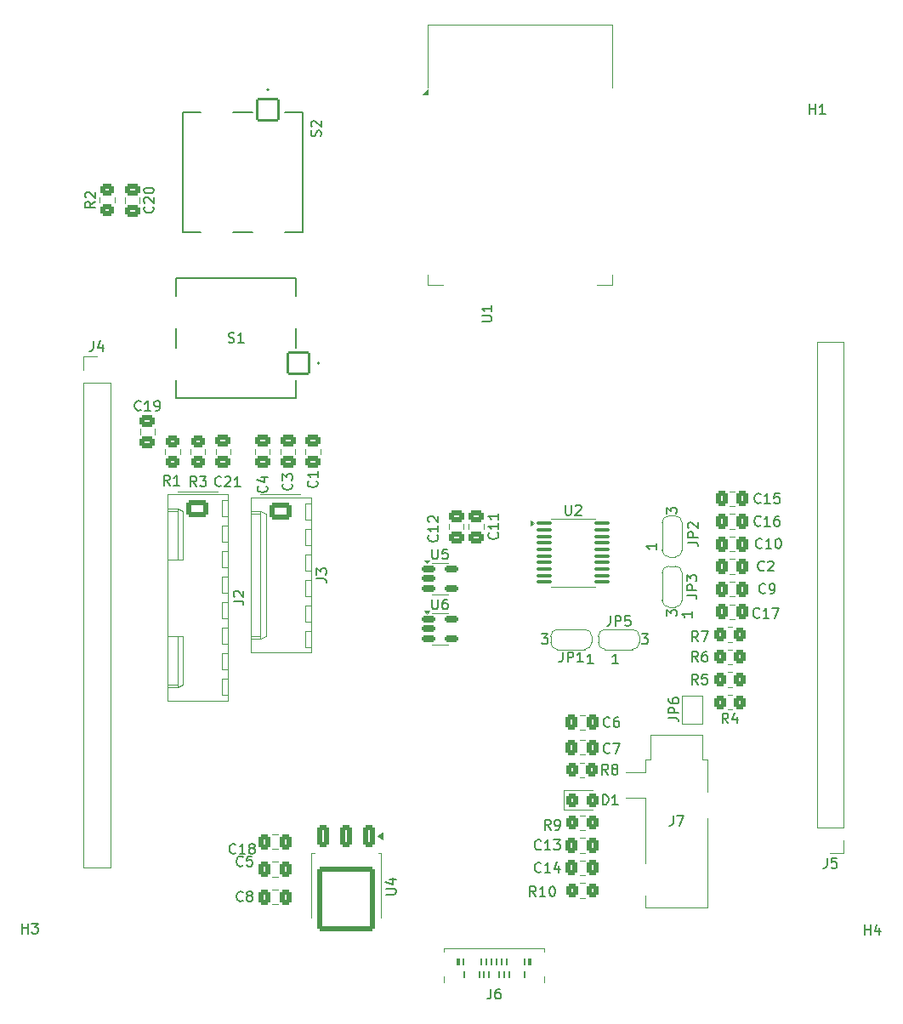
<source format=gbr>
G04 #@! TF.GenerationSoftware,KiCad,Pcbnew,8.0.8*
G04 #@! TF.CreationDate,2025-03-03T21:47:54-06:00*
G04 #@! TF.ProjectId,group13_esp,67726f75-7031-4335-9f65-73702e6b6963,rev?*
G04 #@! TF.SameCoordinates,Original*
G04 #@! TF.FileFunction,Legend,Top*
G04 #@! TF.FilePolarity,Positive*
%FSLAX46Y46*%
G04 Gerber Fmt 4.6, Leading zero omitted, Abs format (unit mm)*
G04 Created by KiCad (PCBNEW 8.0.8) date 2025-03-03 21:47:54*
%MOMM*%
%LPD*%
G01*
G04 APERTURE LIST*
G04 Aperture macros list*
%AMRoundRect*
0 Rectangle with rounded corners*
0 $1 Rounding radius*
0 $2 $3 $4 $5 $6 $7 $8 $9 X,Y pos of 4 corners*
0 Add a 4 corners polygon primitive as box body*
4,1,4,$2,$3,$4,$5,$6,$7,$8,$9,$2,$3,0*
0 Add four circle primitives for the rounded corners*
1,1,$1+$1,$2,$3*
1,1,$1+$1,$4,$5*
1,1,$1+$1,$6,$7*
1,1,$1+$1,$8,$9*
0 Add four rect primitives between the rounded corners*
20,1,$1+$1,$2,$3,$4,$5,0*
20,1,$1+$1,$4,$5,$6,$7,0*
20,1,$1+$1,$6,$7,$8,$9,0*
20,1,$1+$1,$8,$9,$2,$3,0*%
%AMFreePoly0*
4,1,19,0.550000,-0.750000,0.000000,-0.750000,0.000000,-0.744911,-0.071157,-0.744911,-0.207708,-0.704816,-0.327430,-0.627875,-0.420627,-0.520320,-0.479746,-0.390866,-0.500000,-0.250000,-0.500000,0.250000,-0.479746,0.390866,-0.420627,0.520320,-0.327430,0.627875,-0.207708,0.704816,-0.071157,0.744911,0.000000,0.744911,0.000000,0.750000,0.550000,0.750000,0.550000,-0.750000,0.550000,-0.750000,
$1*%
%AMFreePoly1*
4,1,19,0.000000,0.744911,0.071157,0.744911,0.207708,0.704816,0.327430,0.627875,0.420627,0.520320,0.479746,0.390866,0.500000,0.250000,0.500000,-0.250000,0.479746,-0.390866,0.420627,-0.520320,0.327430,-0.627875,0.207708,-0.704816,0.071157,-0.744911,0.000000,-0.744911,0.000000,-0.750000,-0.550000,-0.750000,-0.550000,0.750000,0.000000,0.750000,0.000000,0.744911,0.000000,0.744911,
$1*%
%AMFreePoly2*
4,1,6,1.000000,0.000000,0.500000,-0.750000,-0.500000,-0.750000,-0.500000,0.750000,0.500000,0.750000,1.000000,0.000000,1.000000,0.000000,$1*%
%AMFreePoly3*
4,1,6,0.500000,-0.750000,-0.650000,-0.750000,-0.150000,0.000000,-0.650000,0.750000,0.500000,0.750000,0.500000,-0.750000,0.500000,-0.750000,$1*%
G04 Aperture macros list end*
%ADD10C,0.150000*%
%ADD11C,0.120000*%
%ADD12C,0.127000*%
%ADD13C,0.200000*%
%ADD14RoundRect,0.250000X0.337500X0.475000X-0.337500X0.475000X-0.337500X-0.475000X0.337500X-0.475000X0*%
%ADD15RoundRect,0.250000X0.475000X-0.337500X0.475000X0.337500X-0.475000X0.337500X-0.475000X-0.337500X0*%
%ADD16RoundRect,0.250000X0.350000X0.450000X-0.350000X0.450000X-0.350000X-0.450000X0.350000X-0.450000X0*%
%ADD17FreePoly0,0.000000*%
%ADD18R,1.000000X1.500000*%
%ADD19FreePoly1,0.000000*%
%ADD20FreePoly0,270.000000*%
%ADD21R,1.500000X1.000000*%
%ADD22FreePoly1,270.000000*%
%ADD23C,3.200000*%
%ADD24RoundRect,0.075000X-0.075000X-0.300000X0.075000X-0.300000X0.075000X0.300000X-0.075000X0.300000X0*%
%ADD25RoundRect,0.062500X-0.062500X-0.312500X0.062500X-0.312500X0.062500X0.312500X-0.062500X0.312500X0*%
%ADD26O,0.950000X1.950000*%
%ADD27O,0.950000X2.150000*%
%ADD28RoundRect,0.250000X-0.475000X0.337500X-0.475000X-0.337500X0.475000X-0.337500X0.475000X0.337500X0*%
%ADD29RoundRect,0.250000X-0.450000X0.350000X-0.450000X-0.350000X0.450000X-0.350000X0.450000X0.350000X0*%
%ADD30RoundRect,0.250000X-0.337500X-0.475000X0.337500X-0.475000X0.337500X0.475000X-0.337500X0.475000X0*%
%ADD31FreePoly0,180.000000*%
%ADD32FreePoly1,180.000000*%
%ADD33RoundRect,0.250000X-0.325000X-0.450000X0.325000X-0.450000X0.325000X0.450000X-0.325000X0.450000X0*%
%ADD34RoundRect,0.250000X-0.350000X-0.450000X0.350000X-0.450000X0.350000X0.450000X-0.350000X0.450000X0*%
%ADD35R,1.700000X1.700000*%
%ADD36O,1.700000X1.700000*%
%ADD37RoundRect,0.250000X-0.845000X0.620000X-0.845000X-0.620000X0.845000X-0.620000X0.845000X0.620000X0*%
%ADD38O,2.190000X1.740000*%
%ADD39RoundRect,0.250000X0.450000X-0.350000X0.450000X0.350000X-0.450000X0.350000X-0.450000X-0.350000X0*%
%ADD40C,1.700000*%
%ADD41R,2.800000X2.200000*%
%ADD42R,2.800000X2.800000*%
%ADD43RoundRect,0.150000X-0.512500X-0.150000X0.512500X-0.150000X0.512500X0.150000X-0.512500X0.150000X0*%
%ADD44RoundRect,0.102000X-1.050000X1.050000X-1.050000X-1.050000X1.050000X-1.050000X1.050000X1.050000X0*%
%ADD45C,2.304000*%
%ADD46FreePoly2,90.000000*%
%ADD47FreePoly3,90.000000*%
%ADD48R,1.500000X0.900000*%
%ADD49R,0.900000X1.500000*%
%ADD50C,0.600000*%
%ADD51R,3.900000X3.900000*%
%ADD52FreePoly0,90.000000*%
%ADD53FreePoly1,90.000000*%
%ADD54RoundRect,0.100000X-0.637500X-0.100000X0.637500X-0.100000X0.637500X0.100000X-0.637500X0.100000X0*%
%ADD55RoundRect,0.250000X-0.350000X0.850000X-0.350000X-0.850000X0.350000X-0.850000X0.350000X0.850000X0*%
%ADD56RoundRect,0.249997X-2.650003X2.950003X-2.650003X-2.950003X2.650003X-2.950003X2.650003X2.950003X0*%
%ADD57RoundRect,0.102000X1.050000X1.050000X-1.050000X1.050000X-1.050000X-1.050000X1.050000X-1.050000X0*%
G04 APERTURE END LIST*
D10*
X155440142Y-89767580D02*
X155392523Y-89815200D01*
X155392523Y-89815200D02*
X155249666Y-89862819D01*
X155249666Y-89862819D02*
X155154428Y-89862819D01*
X155154428Y-89862819D02*
X155011571Y-89815200D01*
X155011571Y-89815200D02*
X154916333Y-89719961D01*
X154916333Y-89719961D02*
X154868714Y-89624723D01*
X154868714Y-89624723D02*
X154821095Y-89434247D01*
X154821095Y-89434247D02*
X154821095Y-89291390D01*
X154821095Y-89291390D02*
X154868714Y-89100914D01*
X154868714Y-89100914D02*
X154916333Y-89005676D01*
X154916333Y-89005676D02*
X155011571Y-88910438D01*
X155011571Y-88910438D02*
X155154428Y-88862819D01*
X155154428Y-88862819D02*
X155249666Y-88862819D01*
X155249666Y-88862819D02*
X155392523Y-88910438D01*
X155392523Y-88910438D02*
X155440142Y-88958057D01*
X156392523Y-89862819D02*
X155821095Y-89862819D01*
X156106809Y-89862819D02*
X156106809Y-88862819D01*
X156106809Y-88862819D02*
X156011571Y-89005676D01*
X156011571Y-89005676D02*
X155916333Y-89100914D01*
X155916333Y-89100914D02*
X155821095Y-89148533D01*
X156725857Y-88862819D02*
X157392523Y-88862819D01*
X157392523Y-88862819D02*
X156963952Y-89862819D01*
X101846142Y-76686580D02*
X101798523Y-76734200D01*
X101798523Y-76734200D02*
X101655666Y-76781819D01*
X101655666Y-76781819D02*
X101560428Y-76781819D01*
X101560428Y-76781819D02*
X101417571Y-76734200D01*
X101417571Y-76734200D02*
X101322333Y-76638961D01*
X101322333Y-76638961D02*
X101274714Y-76543723D01*
X101274714Y-76543723D02*
X101227095Y-76353247D01*
X101227095Y-76353247D02*
X101227095Y-76210390D01*
X101227095Y-76210390D02*
X101274714Y-76019914D01*
X101274714Y-76019914D02*
X101322333Y-75924676D01*
X101322333Y-75924676D02*
X101417571Y-75829438D01*
X101417571Y-75829438D02*
X101560428Y-75781819D01*
X101560428Y-75781819D02*
X101655666Y-75781819D01*
X101655666Y-75781819D02*
X101798523Y-75829438D01*
X101798523Y-75829438D02*
X101846142Y-75877057D01*
X102227095Y-75877057D02*
X102274714Y-75829438D01*
X102274714Y-75829438D02*
X102369952Y-75781819D01*
X102369952Y-75781819D02*
X102608047Y-75781819D01*
X102608047Y-75781819D02*
X102703285Y-75829438D01*
X102703285Y-75829438D02*
X102750904Y-75877057D01*
X102750904Y-75877057D02*
X102798523Y-75972295D01*
X102798523Y-75972295D02*
X102798523Y-76067533D01*
X102798523Y-76067533D02*
X102750904Y-76210390D01*
X102750904Y-76210390D02*
X102179476Y-76781819D01*
X102179476Y-76781819D02*
X102798523Y-76781819D01*
X103750904Y-76781819D02*
X103179476Y-76781819D01*
X103465190Y-76781819D02*
X103465190Y-75781819D01*
X103465190Y-75781819D02*
X103369952Y-75924676D01*
X103369952Y-75924676D02*
X103274714Y-76019914D01*
X103274714Y-76019914D02*
X103179476Y-76067533D01*
X152333333Y-100354819D02*
X152000000Y-99878628D01*
X151761905Y-100354819D02*
X151761905Y-99354819D01*
X151761905Y-99354819D02*
X152142857Y-99354819D01*
X152142857Y-99354819D02*
X152238095Y-99402438D01*
X152238095Y-99402438D02*
X152285714Y-99450057D01*
X152285714Y-99450057D02*
X152333333Y-99545295D01*
X152333333Y-99545295D02*
X152333333Y-99688152D01*
X152333333Y-99688152D02*
X152285714Y-99783390D01*
X152285714Y-99783390D02*
X152238095Y-99831009D01*
X152238095Y-99831009D02*
X152142857Y-99878628D01*
X152142857Y-99878628D02*
X151761905Y-99878628D01*
X153190476Y-99688152D02*
X153190476Y-100354819D01*
X152952381Y-99307200D02*
X152714286Y-100021485D01*
X152714286Y-100021485D02*
X153333333Y-100021485D01*
X140616666Y-89654819D02*
X140616666Y-90369104D01*
X140616666Y-90369104D02*
X140569047Y-90511961D01*
X140569047Y-90511961D02*
X140473809Y-90607200D01*
X140473809Y-90607200D02*
X140330952Y-90654819D01*
X140330952Y-90654819D02*
X140235714Y-90654819D01*
X141092857Y-90654819D02*
X141092857Y-89654819D01*
X141092857Y-89654819D02*
X141473809Y-89654819D01*
X141473809Y-89654819D02*
X141569047Y-89702438D01*
X141569047Y-89702438D02*
X141616666Y-89750057D01*
X141616666Y-89750057D02*
X141664285Y-89845295D01*
X141664285Y-89845295D02*
X141664285Y-89988152D01*
X141664285Y-89988152D02*
X141616666Y-90083390D01*
X141616666Y-90083390D02*
X141569047Y-90131009D01*
X141569047Y-90131009D02*
X141473809Y-90178628D01*
X141473809Y-90178628D02*
X141092857Y-90178628D01*
X142569047Y-89654819D02*
X142092857Y-89654819D01*
X142092857Y-89654819D02*
X142045238Y-90131009D01*
X142045238Y-90131009D02*
X142092857Y-90083390D01*
X142092857Y-90083390D02*
X142188095Y-90035771D01*
X142188095Y-90035771D02*
X142426190Y-90035771D01*
X142426190Y-90035771D02*
X142521428Y-90083390D01*
X142521428Y-90083390D02*
X142569047Y-90131009D01*
X142569047Y-90131009D02*
X142616666Y-90226247D01*
X142616666Y-90226247D02*
X142616666Y-90464342D01*
X142616666Y-90464342D02*
X142569047Y-90559580D01*
X142569047Y-90559580D02*
X142521428Y-90607200D01*
X142521428Y-90607200D02*
X142426190Y-90654819D01*
X142426190Y-90654819D02*
X142188095Y-90654819D01*
X142188095Y-90654819D02*
X142092857Y-90607200D01*
X142092857Y-90607200D02*
X142045238Y-90559580D01*
X138898214Y-94429819D02*
X138326786Y-94429819D01*
X138612500Y-94429819D02*
X138612500Y-93429819D01*
X138612500Y-93429819D02*
X138517262Y-93572676D01*
X138517262Y-93572676D02*
X138422024Y-93667914D01*
X138422024Y-93667914D02*
X138326786Y-93715533D01*
X143716667Y-91454819D02*
X144335714Y-91454819D01*
X144335714Y-91454819D02*
X144002381Y-91835771D01*
X144002381Y-91835771D02*
X144145238Y-91835771D01*
X144145238Y-91835771D02*
X144240476Y-91883390D01*
X144240476Y-91883390D02*
X144288095Y-91931009D01*
X144288095Y-91931009D02*
X144335714Y-92026247D01*
X144335714Y-92026247D02*
X144335714Y-92264342D01*
X144335714Y-92264342D02*
X144288095Y-92359580D01*
X144288095Y-92359580D02*
X144240476Y-92407200D01*
X144240476Y-92407200D02*
X144145238Y-92454819D01*
X144145238Y-92454819D02*
X143859524Y-92454819D01*
X143859524Y-92454819D02*
X143764286Y-92407200D01*
X143764286Y-92407200D02*
X143716667Y-92359580D01*
X148204819Y-87583333D02*
X148919104Y-87583333D01*
X148919104Y-87583333D02*
X149061961Y-87630952D01*
X149061961Y-87630952D02*
X149157200Y-87726190D01*
X149157200Y-87726190D02*
X149204819Y-87869047D01*
X149204819Y-87869047D02*
X149204819Y-87964285D01*
X149204819Y-87107142D02*
X148204819Y-87107142D01*
X148204819Y-87107142D02*
X148204819Y-86726190D01*
X148204819Y-86726190D02*
X148252438Y-86630952D01*
X148252438Y-86630952D02*
X148300057Y-86583333D01*
X148300057Y-86583333D02*
X148395295Y-86535714D01*
X148395295Y-86535714D02*
X148538152Y-86535714D01*
X148538152Y-86535714D02*
X148633390Y-86583333D01*
X148633390Y-86583333D02*
X148681009Y-86630952D01*
X148681009Y-86630952D02*
X148728628Y-86726190D01*
X148728628Y-86726190D02*
X148728628Y-87107142D01*
X148204819Y-86202380D02*
X148204819Y-85583333D01*
X148204819Y-85583333D02*
X148585771Y-85916666D01*
X148585771Y-85916666D02*
X148585771Y-85773809D01*
X148585771Y-85773809D02*
X148633390Y-85678571D01*
X148633390Y-85678571D02*
X148681009Y-85630952D01*
X148681009Y-85630952D02*
X148776247Y-85583333D01*
X148776247Y-85583333D02*
X149014342Y-85583333D01*
X149014342Y-85583333D02*
X149109580Y-85630952D01*
X149109580Y-85630952D02*
X149157200Y-85678571D01*
X149157200Y-85678571D02*
X149204819Y-85773809D01*
X149204819Y-85773809D02*
X149204819Y-86059523D01*
X149204819Y-86059523D02*
X149157200Y-86154761D01*
X149157200Y-86154761D02*
X149109580Y-86202380D01*
X145204819Y-82464285D02*
X145204819Y-83035713D01*
X145204819Y-82749999D02*
X144204819Y-82749999D01*
X144204819Y-82749999D02*
X144347676Y-82845237D01*
X144347676Y-82845237D02*
X144442914Y-82940475D01*
X144442914Y-82940475D02*
X144490533Y-83035713D01*
X146204819Y-89683332D02*
X146204819Y-89064285D01*
X146204819Y-89064285D02*
X146585771Y-89397618D01*
X146585771Y-89397618D02*
X146585771Y-89254761D01*
X146585771Y-89254761D02*
X146633390Y-89159523D01*
X146633390Y-89159523D02*
X146681009Y-89111904D01*
X146681009Y-89111904D02*
X146776247Y-89064285D01*
X146776247Y-89064285D02*
X147014342Y-89064285D01*
X147014342Y-89064285D02*
X147109580Y-89111904D01*
X147109580Y-89111904D02*
X147157200Y-89159523D01*
X147157200Y-89159523D02*
X147204819Y-89254761D01*
X147204819Y-89254761D02*
X147204819Y-89540475D01*
X147204819Y-89540475D02*
X147157200Y-89635713D01*
X147157200Y-89635713D02*
X147109580Y-89683332D01*
X149333333Y-92204819D02*
X149000000Y-91728628D01*
X148761905Y-92204819D02*
X148761905Y-91204819D01*
X148761905Y-91204819D02*
X149142857Y-91204819D01*
X149142857Y-91204819D02*
X149238095Y-91252438D01*
X149238095Y-91252438D02*
X149285714Y-91300057D01*
X149285714Y-91300057D02*
X149333333Y-91395295D01*
X149333333Y-91395295D02*
X149333333Y-91538152D01*
X149333333Y-91538152D02*
X149285714Y-91633390D01*
X149285714Y-91633390D02*
X149238095Y-91681009D01*
X149238095Y-91681009D02*
X149142857Y-91728628D01*
X149142857Y-91728628D02*
X148761905Y-91728628D01*
X149666667Y-91204819D02*
X150333333Y-91204819D01*
X150333333Y-91204819D02*
X149904762Y-92204819D01*
X82042095Y-121275819D02*
X82042095Y-120275819D01*
X82042095Y-120752009D02*
X82613523Y-120752009D01*
X82613523Y-121275819D02*
X82613523Y-120275819D01*
X82994476Y-120275819D02*
X83613523Y-120275819D01*
X83613523Y-120275819D02*
X83280190Y-120656771D01*
X83280190Y-120656771D02*
X83423047Y-120656771D01*
X83423047Y-120656771D02*
X83518285Y-120704390D01*
X83518285Y-120704390D02*
X83565904Y-120752009D01*
X83565904Y-120752009D02*
X83613523Y-120847247D01*
X83613523Y-120847247D02*
X83613523Y-121085342D01*
X83613523Y-121085342D02*
X83565904Y-121180580D01*
X83565904Y-121180580D02*
X83518285Y-121228200D01*
X83518285Y-121228200D02*
X83423047Y-121275819D01*
X83423047Y-121275819D02*
X83137333Y-121275819D01*
X83137333Y-121275819D02*
X83042095Y-121228200D01*
X83042095Y-121228200D02*
X82994476Y-121180580D01*
X128703666Y-126787819D02*
X128703666Y-127502104D01*
X128703666Y-127502104D02*
X128656047Y-127644961D01*
X128656047Y-127644961D02*
X128560809Y-127740200D01*
X128560809Y-127740200D02*
X128417952Y-127787819D01*
X128417952Y-127787819D02*
X128322714Y-127787819D01*
X129608428Y-126787819D02*
X129417952Y-126787819D01*
X129417952Y-126787819D02*
X129322714Y-126835438D01*
X129322714Y-126835438D02*
X129275095Y-126883057D01*
X129275095Y-126883057D02*
X129179857Y-127025914D01*
X129179857Y-127025914D02*
X129132238Y-127216390D01*
X129132238Y-127216390D02*
X129132238Y-127597342D01*
X129132238Y-127597342D02*
X129179857Y-127692580D01*
X129179857Y-127692580D02*
X129227476Y-127740200D01*
X129227476Y-127740200D02*
X129322714Y-127787819D01*
X129322714Y-127787819D02*
X129513190Y-127787819D01*
X129513190Y-127787819D02*
X129608428Y-127740200D01*
X129608428Y-127740200D02*
X129656047Y-127692580D01*
X129656047Y-127692580D02*
X129703666Y-127597342D01*
X129703666Y-127597342D02*
X129703666Y-127359247D01*
X129703666Y-127359247D02*
X129656047Y-127264009D01*
X129656047Y-127264009D02*
X129608428Y-127216390D01*
X129608428Y-127216390D02*
X129513190Y-127168771D01*
X129513190Y-127168771D02*
X129322714Y-127168771D01*
X129322714Y-127168771D02*
X129227476Y-127216390D01*
X129227476Y-127216390D02*
X129179857Y-127264009D01*
X129179857Y-127264009D02*
X129132238Y-127359247D01*
X111359580Y-76241666D02*
X111407200Y-76289285D01*
X111407200Y-76289285D02*
X111454819Y-76432142D01*
X111454819Y-76432142D02*
X111454819Y-76527380D01*
X111454819Y-76527380D02*
X111407200Y-76670237D01*
X111407200Y-76670237D02*
X111311961Y-76765475D01*
X111311961Y-76765475D02*
X111216723Y-76813094D01*
X111216723Y-76813094D02*
X111026247Y-76860713D01*
X111026247Y-76860713D02*
X110883390Y-76860713D01*
X110883390Y-76860713D02*
X110692914Y-76813094D01*
X110692914Y-76813094D02*
X110597676Y-76765475D01*
X110597676Y-76765475D02*
X110502438Y-76670237D01*
X110502438Y-76670237D02*
X110454819Y-76527380D01*
X110454819Y-76527380D02*
X110454819Y-76432142D01*
X110454819Y-76432142D02*
X110502438Y-76289285D01*
X110502438Y-76289285D02*
X110550057Y-76241666D01*
X111454819Y-75289285D02*
X111454819Y-75860713D01*
X111454819Y-75574999D02*
X110454819Y-75574999D01*
X110454819Y-75574999D02*
X110597676Y-75670237D01*
X110597676Y-75670237D02*
X110692914Y-75765475D01*
X110692914Y-75765475D02*
X110740533Y-75860713D01*
X99401333Y-76781819D02*
X99068000Y-76305628D01*
X98829905Y-76781819D02*
X98829905Y-75781819D01*
X98829905Y-75781819D02*
X99210857Y-75781819D01*
X99210857Y-75781819D02*
X99306095Y-75829438D01*
X99306095Y-75829438D02*
X99353714Y-75877057D01*
X99353714Y-75877057D02*
X99401333Y-75972295D01*
X99401333Y-75972295D02*
X99401333Y-76115152D01*
X99401333Y-76115152D02*
X99353714Y-76210390D01*
X99353714Y-76210390D02*
X99306095Y-76258009D01*
X99306095Y-76258009D02*
X99210857Y-76305628D01*
X99210857Y-76305628D02*
X98829905Y-76305628D01*
X99734667Y-75781819D02*
X100353714Y-75781819D01*
X100353714Y-75781819D02*
X100020381Y-76162771D01*
X100020381Y-76162771D02*
X100163238Y-76162771D01*
X100163238Y-76162771D02*
X100258476Y-76210390D01*
X100258476Y-76210390D02*
X100306095Y-76258009D01*
X100306095Y-76258009D02*
X100353714Y-76353247D01*
X100353714Y-76353247D02*
X100353714Y-76591342D01*
X100353714Y-76591342D02*
X100306095Y-76686580D01*
X100306095Y-76686580D02*
X100258476Y-76734200D01*
X100258476Y-76734200D02*
X100163238Y-76781819D01*
X100163238Y-76781819D02*
X99877524Y-76781819D01*
X99877524Y-76781819D02*
X99782286Y-76734200D01*
X99782286Y-76734200D02*
X99734667Y-76686580D01*
X104007333Y-117997580D02*
X103959714Y-118045200D01*
X103959714Y-118045200D02*
X103816857Y-118092819D01*
X103816857Y-118092819D02*
X103721619Y-118092819D01*
X103721619Y-118092819D02*
X103578762Y-118045200D01*
X103578762Y-118045200D02*
X103483524Y-117949961D01*
X103483524Y-117949961D02*
X103435905Y-117854723D01*
X103435905Y-117854723D02*
X103388286Y-117664247D01*
X103388286Y-117664247D02*
X103388286Y-117521390D01*
X103388286Y-117521390D02*
X103435905Y-117330914D01*
X103435905Y-117330914D02*
X103483524Y-117235676D01*
X103483524Y-117235676D02*
X103578762Y-117140438D01*
X103578762Y-117140438D02*
X103721619Y-117092819D01*
X103721619Y-117092819D02*
X103816857Y-117092819D01*
X103816857Y-117092819D02*
X103959714Y-117140438D01*
X103959714Y-117140438D02*
X104007333Y-117188057D01*
X104578762Y-117521390D02*
X104483524Y-117473771D01*
X104483524Y-117473771D02*
X104435905Y-117426152D01*
X104435905Y-117426152D02*
X104388286Y-117330914D01*
X104388286Y-117330914D02*
X104388286Y-117283295D01*
X104388286Y-117283295D02*
X104435905Y-117188057D01*
X104435905Y-117188057D02*
X104483524Y-117140438D01*
X104483524Y-117140438D02*
X104578762Y-117092819D01*
X104578762Y-117092819D02*
X104769238Y-117092819D01*
X104769238Y-117092819D02*
X104864476Y-117140438D01*
X104864476Y-117140438D02*
X104912095Y-117188057D01*
X104912095Y-117188057D02*
X104959714Y-117283295D01*
X104959714Y-117283295D02*
X104959714Y-117330914D01*
X104959714Y-117330914D02*
X104912095Y-117426152D01*
X104912095Y-117426152D02*
X104864476Y-117473771D01*
X104864476Y-117473771D02*
X104769238Y-117521390D01*
X104769238Y-117521390D02*
X104578762Y-117521390D01*
X104578762Y-117521390D02*
X104483524Y-117569009D01*
X104483524Y-117569009D02*
X104435905Y-117616628D01*
X104435905Y-117616628D02*
X104388286Y-117711866D01*
X104388286Y-117711866D02*
X104388286Y-117902342D01*
X104388286Y-117902342D02*
X104435905Y-117997580D01*
X104435905Y-117997580D02*
X104483524Y-118045200D01*
X104483524Y-118045200D02*
X104578762Y-118092819D01*
X104578762Y-118092819D02*
X104769238Y-118092819D01*
X104769238Y-118092819D02*
X104864476Y-118045200D01*
X104864476Y-118045200D02*
X104912095Y-117997580D01*
X104912095Y-117997580D02*
X104959714Y-117902342D01*
X104959714Y-117902342D02*
X104959714Y-117711866D01*
X104959714Y-117711866D02*
X104912095Y-117616628D01*
X104912095Y-117616628D02*
X104864476Y-117569009D01*
X104864476Y-117569009D02*
X104769238Y-117521390D01*
X160454095Y-39697819D02*
X160454095Y-38697819D01*
X160454095Y-39174009D02*
X161025523Y-39174009D01*
X161025523Y-39697819D02*
X161025523Y-38697819D01*
X162025523Y-39697819D02*
X161454095Y-39697819D01*
X161739809Y-39697819D02*
X161739809Y-38697819D01*
X161739809Y-38697819D02*
X161644571Y-38840676D01*
X161644571Y-38840676D02*
X161549333Y-38935914D01*
X161549333Y-38935914D02*
X161454095Y-38983533D01*
X133682142Y-115109580D02*
X133634523Y-115157200D01*
X133634523Y-115157200D02*
X133491666Y-115204819D01*
X133491666Y-115204819D02*
X133396428Y-115204819D01*
X133396428Y-115204819D02*
X133253571Y-115157200D01*
X133253571Y-115157200D02*
X133158333Y-115061961D01*
X133158333Y-115061961D02*
X133110714Y-114966723D01*
X133110714Y-114966723D02*
X133063095Y-114776247D01*
X133063095Y-114776247D02*
X133063095Y-114633390D01*
X133063095Y-114633390D02*
X133110714Y-114442914D01*
X133110714Y-114442914D02*
X133158333Y-114347676D01*
X133158333Y-114347676D02*
X133253571Y-114252438D01*
X133253571Y-114252438D02*
X133396428Y-114204819D01*
X133396428Y-114204819D02*
X133491666Y-114204819D01*
X133491666Y-114204819D02*
X133634523Y-114252438D01*
X133634523Y-114252438D02*
X133682142Y-114300057D01*
X134634523Y-115204819D02*
X134063095Y-115204819D01*
X134348809Y-115204819D02*
X134348809Y-114204819D01*
X134348809Y-114204819D02*
X134253571Y-114347676D01*
X134253571Y-114347676D02*
X134158333Y-114442914D01*
X134158333Y-114442914D02*
X134063095Y-114490533D01*
X135491666Y-114538152D02*
X135491666Y-115204819D01*
X135253571Y-114157200D02*
X135015476Y-114871485D01*
X135015476Y-114871485D02*
X135634523Y-114871485D01*
X135866666Y-93254819D02*
X135866666Y-93969104D01*
X135866666Y-93969104D02*
X135819047Y-94111961D01*
X135819047Y-94111961D02*
X135723809Y-94207200D01*
X135723809Y-94207200D02*
X135580952Y-94254819D01*
X135580952Y-94254819D02*
X135485714Y-94254819D01*
X136342857Y-94254819D02*
X136342857Y-93254819D01*
X136342857Y-93254819D02*
X136723809Y-93254819D01*
X136723809Y-93254819D02*
X136819047Y-93302438D01*
X136819047Y-93302438D02*
X136866666Y-93350057D01*
X136866666Y-93350057D02*
X136914285Y-93445295D01*
X136914285Y-93445295D02*
X136914285Y-93588152D01*
X136914285Y-93588152D02*
X136866666Y-93683390D01*
X136866666Y-93683390D02*
X136819047Y-93731009D01*
X136819047Y-93731009D02*
X136723809Y-93778628D01*
X136723809Y-93778628D02*
X136342857Y-93778628D01*
X137866666Y-94254819D02*
X137295238Y-94254819D01*
X137580952Y-94254819D02*
X137580952Y-93254819D01*
X137580952Y-93254819D02*
X137485714Y-93397676D01*
X137485714Y-93397676D02*
X137390476Y-93492914D01*
X137390476Y-93492914D02*
X137295238Y-93540533D01*
X133766667Y-91454819D02*
X134385714Y-91454819D01*
X134385714Y-91454819D02*
X134052381Y-91835771D01*
X134052381Y-91835771D02*
X134195238Y-91835771D01*
X134195238Y-91835771D02*
X134290476Y-91883390D01*
X134290476Y-91883390D02*
X134338095Y-91931009D01*
X134338095Y-91931009D02*
X134385714Y-92026247D01*
X134385714Y-92026247D02*
X134385714Y-92264342D01*
X134385714Y-92264342D02*
X134338095Y-92359580D01*
X134338095Y-92359580D02*
X134290476Y-92407200D01*
X134290476Y-92407200D02*
X134195238Y-92454819D01*
X134195238Y-92454819D02*
X133909524Y-92454819D01*
X133909524Y-92454819D02*
X133814286Y-92407200D01*
X133814286Y-92407200D02*
X133766667Y-92359580D01*
X141398214Y-94429819D02*
X140826786Y-94429819D01*
X141112500Y-94429819D02*
X141112500Y-93429819D01*
X141112500Y-93429819D02*
X141017262Y-93572676D01*
X141017262Y-93572676D02*
X140922024Y-93667914D01*
X140922024Y-93667914D02*
X140826786Y-93715533D01*
X139836905Y-108454819D02*
X139836905Y-107454819D01*
X139836905Y-107454819D02*
X140075000Y-107454819D01*
X140075000Y-107454819D02*
X140217857Y-107502438D01*
X140217857Y-107502438D02*
X140313095Y-107597676D01*
X140313095Y-107597676D02*
X140360714Y-107692914D01*
X140360714Y-107692914D02*
X140408333Y-107883390D01*
X140408333Y-107883390D02*
X140408333Y-108026247D01*
X140408333Y-108026247D02*
X140360714Y-108216723D01*
X140360714Y-108216723D02*
X140313095Y-108311961D01*
X140313095Y-108311961D02*
X140217857Y-108407200D01*
X140217857Y-108407200D02*
X140075000Y-108454819D01*
X140075000Y-108454819D02*
X139836905Y-108454819D01*
X141360714Y-108454819D02*
X140789286Y-108454819D01*
X141075000Y-108454819D02*
X141075000Y-107454819D01*
X141075000Y-107454819D02*
X140979762Y-107597676D01*
X140979762Y-107597676D02*
X140884524Y-107692914D01*
X140884524Y-107692914D02*
X140789286Y-107740533D01*
X140370833Y-105454819D02*
X140037500Y-104978628D01*
X139799405Y-105454819D02*
X139799405Y-104454819D01*
X139799405Y-104454819D02*
X140180357Y-104454819D01*
X140180357Y-104454819D02*
X140275595Y-104502438D01*
X140275595Y-104502438D02*
X140323214Y-104550057D01*
X140323214Y-104550057D02*
X140370833Y-104645295D01*
X140370833Y-104645295D02*
X140370833Y-104788152D01*
X140370833Y-104788152D02*
X140323214Y-104883390D01*
X140323214Y-104883390D02*
X140275595Y-104931009D01*
X140275595Y-104931009D02*
X140180357Y-104978628D01*
X140180357Y-104978628D02*
X139799405Y-104978628D01*
X140942262Y-104883390D02*
X140847024Y-104835771D01*
X140847024Y-104835771D02*
X140799405Y-104788152D01*
X140799405Y-104788152D02*
X140751786Y-104692914D01*
X140751786Y-104692914D02*
X140751786Y-104645295D01*
X140751786Y-104645295D02*
X140799405Y-104550057D01*
X140799405Y-104550057D02*
X140847024Y-104502438D01*
X140847024Y-104502438D02*
X140942262Y-104454819D01*
X140942262Y-104454819D02*
X141132738Y-104454819D01*
X141132738Y-104454819D02*
X141227976Y-104502438D01*
X141227976Y-104502438D02*
X141275595Y-104550057D01*
X141275595Y-104550057D02*
X141323214Y-104645295D01*
X141323214Y-104645295D02*
X141323214Y-104692914D01*
X141323214Y-104692914D02*
X141275595Y-104788152D01*
X141275595Y-104788152D02*
X141227976Y-104835771D01*
X141227976Y-104835771D02*
X141132738Y-104883390D01*
X141132738Y-104883390D02*
X140942262Y-104883390D01*
X140942262Y-104883390D02*
X140847024Y-104931009D01*
X140847024Y-104931009D02*
X140799405Y-104978628D01*
X140799405Y-104978628D02*
X140751786Y-105073866D01*
X140751786Y-105073866D02*
X140751786Y-105264342D01*
X140751786Y-105264342D02*
X140799405Y-105359580D01*
X140799405Y-105359580D02*
X140847024Y-105407200D01*
X140847024Y-105407200D02*
X140942262Y-105454819D01*
X140942262Y-105454819D02*
X141132738Y-105454819D01*
X141132738Y-105454819D02*
X141227976Y-105407200D01*
X141227976Y-105407200D02*
X141275595Y-105359580D01*
X141275595Y-105359580D02*
X141323214Y-105264342D01*
X141323214Y-105264342D02*
X141323214Y-105073866D01*
X141323214Y-105073866D02*
X141275595Y-104978628D01*
X141275595Y-104978628D02*
X141227976Y-104931009D01*
X141227976Y-104931009D02*
X141132738Y-104883390D01*
X162166666Y-113764819D02*
X162166666Y-114479104D01*
X162166666Y-114479104D02*
X162119047Y-114621961D01*
X162119047Y-114621961D02*
X162023809Y-114717200D01*
X162023809Y-114717200D02*
X161880952Y-114764819D01*
X161880952Y-114764819D02*
X161785714Y-114764819D01*
X163119047Y-113764819D02*
X162642857Y-113764819D01*
X162642857Y-113764819D02*
X162595238Y-114241009D01*
X162595238Y-114241009D02*
X162642857Y-114193390D01*
X162642857Y-114193390D02*
X162738095Y-114145771D01*
X162738095Y-114145771D02*
X162976190Y-114145771D01*
X162976190Y-114145771D02*
X163071428Y-114193390D01*
X163071428Y-114193390D02*
X163119047Y-114241009D01*
X163119047Y-114241009D02*
X163166666Y-114336247D01*
X163166666Y-114336247D02*
X163166666Y-114574342D01*
X163166666Y-114574342D02*
X163119047Y-114669580D01*
X163119047Y-114669580D02*
X163071428Y-114717200D01*
X163071428Y-114717200D02*
X162976190Y-114764819D01*
X162976190Y-114764819D02*
X162738095Y-114764819D01*
X162738095Y-114764819D02*
X162642857Y-114717200D01*
X162642857Y-114717200D02*
X162595238Y-114669580D01*
X165915095Y-121402819D02*
X165915095Y-120402819D01*
X165915095Y-120879009D02*
X166486523Y-120879009D01*
X166486523Y-121402819D02*
X166486523Y-120402819D01*
X167391285Y-120736152D02*
X167391285Y-121402819D01*
X167153190Y-120355200D02*
X166915095Y-121069485D01*
X166915095Y-121069485D02*
X167534142Y-121069485D01*
X129359580Y-81392857D02*
X129407200Y-81440476D01*
X129407200Y-81440476D02*
X129454819Y-81583333D01*
X129454819Y-81583333D02*
X129454819Y-81678571D01*
X129454819Y-81678571D02*
X129407200Y-81821428D01*
X129407200Y-81821428D02*
X129311961Y-81916666D01*
X129311961Y-81916666D02*
X129216723Y-81964285D01*
X129216723Y-81964285D02*
X129026247Y-82011904D01*
X129026247Y-82011904D02*
X128883390Y-82011904D01*
X128883390Y-82011904D02*
X128692914Y-81964285D01*
X128692914Y-81964285D02*
X128597676Y-81916666D01*
X128597676Y-81916666D02*
X128502438Y-81821428D01*
X128502438Y-81821428D02*
X128454819Y-81678571D01*
X128454819Y-81678571D02*
X128454819Y-81583333D01*
X128454819Y-81583333D02*
X128502438Y-81440476D01*
X128502438Y-81440476D02*
X128550057Y-81392857D01*
X129454819Y-80440476D02*
X129454819Y-81011904D01*
X129454819Y-80726190D02*
X128454819Y-80726190D01*
X128454819Y-80726190D02*
X128597676Y-80821428D01*
X128597676Y-80821428D02*
X128692914Y-80916666D01*
X128692914Y-80916666D02*
X128740533Y-81011904D01*
X129454819Y-79488095D02*
X129454819Y-80059523D01*
X129454819Y-79773809D02*
X128454819Y-79773809D01*
X128454819Y-79773809D02*
X128597676Y-79869047D01*
X128597676Y-79869047D02*
X128692914Y-79964285D01*
X128692914Y-79964285D02*
X128740533Y-80059523D01*
X155567142Y-78359580D02*
X155519523Y-78407200D01*
X155519523Y-78407200D02*
X155376666Y-78454819D01*
X155376666Y-78454819D02*
X155281428Y-78454819D01*
X155281428Y-78454819D02*
X155138571Y-78407200D01*
X155138571Y-78407200D02*
X155043333Y-78311961D01*
X155043333Y-78311961D02*
X154995714Y-78216723D01*
X154995714Y-78216723D02*
X154948095Y-78026247D01*
X154948095Y-78026247D02*
X154948095Y-77883390D01*
X154948095Y-77883390D02*
X154995714Y-77692914D01*
X154995714Y-77692914D02*
X155043333Y-77597676D01*
X155043333Y-77597676D02*
X155138571Y-77502438D01*
X155138571Y-77502438D02*
X155281428Y-77454819D01*
X155281428Y-77454819D02*
X155376666Y-77454819D01*
X155376666Y-77454819D02*
X155519523Y-77502438D01*
X155519523Y-77502438D02*
X155567142Y-77550057D01*
X156519523Y-78454819D02*
X155948095Y-78454819D01*
X156233809Y-78454819D02*
X156233809Y-77454819D01*
X156233809Y-77454819D02*
X156138571Y-77597676D01*
X156138571Y-77597676D02*
X156043333Y-77692914D01*
X156043333Y-77692914D02*
X155948095Y-77740533D01*
X157424285Y-77454819D02*
X156948095Y-77454819D01*
X156948095Y-77454819D02*
X156900476Y-77931009D01*
X156900476Y-77931009D02*
X156948095Y-77883390D01*
X156948095Y-77883390D02*
X157043333Y-77835771D01*
X157043333Y-77835771D02*
X157281428Y-77835771D01*
X157281428Y-77835771D02*
X157376666Y-77883390D01*
X157376666Y-77883390D02*
X157424285Y-77931009D01*
X157424285Y-77931009D02*
X157471904Y-78026247D01*
X157471904Y-78026247D02*
X157471904Y-78264342D01*
X157471904Y-78264342D02*
X157424285Y-78359580D01*
X157424285Y-78359580D02*
X157376666Y-78407200D01*
X157376666Y-78407200D02*
X157281428Y-78454819D01*
X157281428Y-78454819D02*
X157043333Y-78454819D01*
X157043333Y-78454819D02*
X156948095Y-78407200D01*
X156948095Y-78407200D02*
X156900476Y-78359580D01*
X106359580Y-76741666D02*
X106407200Y-76789285D01*
X106407200Y-76789285D02*
X106454819Y-76932142D01*
X106454819Y-76932142D02*
X106454819Y-77027380D01*
X106454819Y-77027380D02*
X106407200Y-77170237D01*
X106407200Y-77170237D02*
X106311961Y-77265475D01*
X106311961Y-77265475D02*
X106216723Y-77313094D01*
X106216723Y-77313094D02*
X106026247Y-77360713D01*
X106026247Y-77360713D02*
X105883390Y-77360713D01*
X105883390Y-77360713D02*
X105692914Y-77313094D01*
X105692914Y-77313094D02*
X105597676Y-77265475D01*
X105597676Y-77265475D02*
X105502438Y-77170237D01*
X105502438Y-77170237D02*
X105454819Y-77027380D01*
X105454819Y-77027380D02*
X105454819Y-76932142D01*
X105454819Y-76932142D02*
X105502438Y-76789285D01*
X105502438Y-76789285D02*
X105550057Y-76741666D01*
X105788152Y-75884523D02*
X106454819Y-75884523D01*
X105407200Y-76122618D02*
X106121485Y-76360713D01*
X106121485Y-76360713D02*
X106121485Y-75741666D01*
X103074819Y-88183333D02*
X103789104Y-88183333D01*
X103789104Y-88183333D02*
X103931961Y-88230952D01*
X103931961Y-88230952D02*
X104027200Y-88326190D01*
X104027200Y-88326190D02*
X104074819Y-88469047D01*
X104074819Y-88469047D02*
X104074819Y-88564285D01*
X103170057Y-87754761D02*
X103122438Y-87707142D01*
X103122438Y-87707142D02*
X103074819Y-87611904D01*
X103074819Y-87611904D02*
X103074819Y-87373809D01*
X103074819Y-87373809D02*
X103122438Y-87278571D01*
X103122438Y-87278571D02*
X103170057Y-87230952D01*
X103170057Y-87230952D02*
X103265295Y-87183333D01*
X103265295Y-87183333D02*
X103360533Y-87183333D01*
X103360533Y-87183333D02*
X103503390Y-87230952D01*
X103503390Y-87230952D02*
X104074819Y-87802380D01*
X104074819Y-87802380D02*
X104074819Y-87183333D01*
X155916333Y-85109580D02*
X155868714Y-85157200D01*
X155868714Y-85157200D02*
X155725857Y-85204819D01*
X155725857Y-85204819D02*
X155630619Y-85204819D01*
X155630619Y-85204819D02*
X155487762Y-85157200D01*
X155487762Y-85157200D02*
X155392524Y-85061961D01*
X155392524Y-85061961D02*
X155344905Y-84966723D01*
X155344905Y-84966723D02*
X155297286Y-84776247D01*
X155297286Y-84776247D02*
X155297286Y-84633390D01*
X155297286Y-84633390D02*
X155344905Y-84442914D01*
X155344905Y-84442914D02*
X155392524Y-84347676D01*
X155392524Y-84347676D02*
X155487762Y-84252438D01*
X155487762Y-84252438D02*
X155630619Y-84204819D01*
X155630619Y-84204819D02*
X155725857Y-84204819D01*
X155725857Y-84204819D02*
X155868714Y-84252438D01*
X155868714Y-84252438D02*
X155916333Y-84300057D01*
X156297286Y-84300057D02*
X156344905Y-84252438D01*
X156344905Y-84252438D02*
X156440143Y-84204819D01*
X156440143Y-84204819D02*
X156678238Y-84204819D01*
X156678238Y-84204819D02*
X156773476Y-84252438D01*
X156773476Y-84252438D02*
X156821095Y-84300057D01*
X156821095Y-84300057D02*
X156868714Y-84395295D01*
X156868714Y-84395295D02*
X156868714Y-84490533D01*
X156868714Y-84490533D02*
X156821095Y-84633390D01*
X156821095Y-84633390D02*
X156249667Y-85204819D01*
X156249667Y-85204819D02*
X156868714Y-85204819D01*
X93857142Y-69147080D02*
X93809523Y-69194700D01*
X93809523Y-69194700D02*
X93666666Y-69242319D01*
X93666666Y-69242319D02*
X93571428Y-69242319D01*
X93571428Y-69242319D02*
X93428571Y-69194700D01*
X93428571Y-69194700D02*
X93333333Y-69099461D01*
X93333333Y-69099461D02*
X93285714Y-69004223D01*
X93285714Y-69004223D02*
X93238095Y-68813747D01*
X93238095Y-68813747D02*
X93238095Y-68670890D01*
X93238095Y-68670890D02*
X93285714Y-68480414D01*
X93285714Y-68480414D02*
X93333333Y-68385176D01*
X93333333Y-68385176D02*
X93428571Y-68289938D01*
X93428571Y-68289938D02*
X93571428Y-68242319D01*
X93571428Y-68242319D02*
X93666666Y-68242319D01*
X93666666Y-68242319D02*
X93809523Y-68289938D01*
X93809523Y-68289938D02*
X93857142Y-68337557D01*
X94809523Y-69242319D02*
X94238095Y-69242319D01*
X94523809Y-69242319D02*
X94523809Y-68242319D01*
X94523809Y-68242319D02*
X94428571Y-68385176D01*
X94428571Y-68385176D02*
X94333333Y-68480414D01*
X94333333Y-68480414D02*
X94238095Y-68528033D01*
X95285714Y-69242319D02*
X95476190Y-69242319D01*
X95476190Y-69242319D02*
X95571428Y-69194700D01*
X95571428Y-69194700D02*
X95619047Y-69147080D01*
X95619047Y-69147080D02*
X95714285Y-69004223D01*
X95714285Y-69004223D02*
X95761904Y-68813747D01*
X95761904Y-68813747D02*
X95761904Y-68432795D01*
X95761904Y-68432795D02*
X95714285Y-68337557D01*
X95714285Y-68337557D02*
X95666666Y-68289938D01*
X95666666Y-68289938D02*
X95571428Y-68242319D01*
X95571428Y-68242319D02*
X95380952Y-68242319D01*
X95380952Y-68242319D02*
X95285714Y-68289938D01*
X95285714Y-68289938D02*
X95238095Y-68337557D01*
X95238095Y-68337557D02*
X95190476Y-68432795D01*
X95190476Y-68432795D02*
X95190476Y-68670890D01*
X95190476Y-68670890D02*
X95238095Y-68766128D01*
X95238095Y-68766128D02*
X95285714Y-68813747D01*
X95285714Y-68813747D02*
X95380952Y-68861366D01*
X95380952Y-68861366D02*
X95571428Y-68861366D01*
X95571428Y-68861366D02*
X95666666Y-68813747D01*
X95666666Y-68813747D02*
X95714285Y-68766128D01*
X95714285Y-68766128D02*
X95761904Y-68670890D01*
X155567142Y-80623580D02*
X155519523Y-80671200D01*
X155519523Y-80671200D02*
X155376666Y-80718819D01*
X155376666Y-80718819D02*
X155281428Y-80718819D01*
X155281428Y-80718819D02*
X155138571Y-80671200D01*
X155138571Y-80671200D02*
X155043333Y-80575961D01*
X155043333Y-80575961D02*
X154995714Y-80480723D01*
X154995714Y-80480723D02*
X154948095Y-80290247D01*
X154948095Y-80290247D02*
X154948095Y-80147390D01*
X154948095Y-80147390D02*
X154995714Y-79956914D01*
X154995714Y-79956914D02*
X155043333Y-79861676D01*
X155043333Y-79861676D02*
X155138571Y-79766438D01*
X155138571Y-79766438D02*
X155281428Y-79718819D01*
X155281428Y-79718819D02*
X155376666Y-79718819D01*
X155376666Y-79718819D02*
X155519523Y-79766438D01*
X155519523Y-79766438D02*
X155567142Y-79814057D01*
X156519523Y-80718819D02*
X155948095Y-80718819D01*
X156233809Y-80718819D02*
X156233809Y-79718819D01*
X156233809Y-79718819D02*
X156138571Y-79861676D01*
X156138571Y-79861676D02*
X156043333Y-79956914D01*
X156043333Y-79956914D02*
X155948095Y-80004533D01*
X157376666Y-79718819D02*
X157186190Y-79718819D01*
X157186190Y-79718819D02*
X157090952Y-79766438D01*
X157090952Y-79766438D02*
X157043333Y-79814057D01*
X157043333Y-79814057D02*
X156948095Y-79956914D01*
X156948095Y-79956914D02*
X156900476Y-80147390D01*
X156900476Y-80147390D02*
X156900476Y-80528342D01*
X156900476Y-80528342D02*
X156948095Y-80623580D01*
X156948095Y-80623580D02*
X156995714Y-80671200D01*
X156995714Y-80671200D02*
X157090952Y-80718819D01*
X157090952Y-80718819D02*
X157281428Y-80718819D01*
X157281428Y-80718819D02*
X157376666Y-80671200D01*
X157376666Y-80671200D02*
X157424285Y-80623580D01*
X157424285Y-80623580D02*
X157471904Y-80528342D01*
X157471904Y-80528342D02*
X157471904Y-80290247D01*
X157471904Y-80290247D02*
X157424285Y-80195009D01*
X157424285Y-80195009D02*
X157376666Y-80147390D01*
X157376666Y-80147390D02*
X157281428Y-80099771D01*
X157281428Y-80099771D02*
X157090952Y-80099771D01*
X157090952Y-80099771D02*
X156995714Y-80147390D01*
X156995714Y-80147390D02*
X156948095Y-80195009D01*
X156948095Y-80195009D02*
X156900476Y-80290247D01*
X89304819Y-48416666D02*
X88828628Y-48749999D01*
X89304819Y-48988094D02*
X88304819Y-48988094D01*
X88304819Y-48988094D02*
X88304819Y-48607142D01*
X88304819Y-48607142D02*
X88352438Y-48511904D01*
X88352438Y-48511904D02*
X88400057Y-48464285D01*
X88400057Y-48464285D02*
X88495295Y-48416666D01*
X88495295Y-48416666D02*
X88638152Y-48416666D01*
X88638152Y-48416666D02*
X88733390Y-48464285D01*
X88733390Y-48464285D02*
X88781009Y-48511904D01*
X88781009Y-48511904D02*
X88828628Y-48607142D01*
X88828628Y-48607142D02*
X88828628Y-48988094D01*
X88400057Y-48035713D02*
X88352438Y-47988094D01*
X88352438Y-47988094D02*
X88304819Y-47892856D01*
X88304819Y-47892856D02*
X88304819Y-47654761D01*
X88304819Y-47654761D02*
X88352438Y-47559523D01*
X88352438Y-47559523D02*
X88400057Y-47511904D01*
X88400057Y-47511904D02*
X88495295Y-47464285D01*
X88495295Y-47464285D02*
X88590533Y-47464285D01*
X88590533Y-47464285D02*
X88733390Y-47511904D01*
X88733390Y-47511904D02*
X89304819Y-48083332D01*
X89304819Y-48083332D02*
X89304819Y-47464285D01*
X133682142Y-112859580D02*
X133634523Y-112907200D01*
X133634523Y-112907200D02*
X133491666Y-112954819D01*
X133491666Y-112954819D02*
X133396428Y-112954819D01*
X133396428Y-112954819D02*
X133253571Y-112907200D01*
X133253571Y-112907200D02*
X133158333Y-112811961D01*
X133158333Y-112811961D02*
X133110714Y-112716723D01*
X133110714Y-112716723D02*
X133063095Y-112526247D01*
X133063095Y-112526247D02*
X133063095Y-112383390D01*
X133063095Y-112383390D02*
X133110714Y-112192914D01*
X133110714Y-112192914D02*
X133158333Y-112097676D01*
X133158333Y-112097676D02*
X133253571Y-112002438D01*
X133253571Y-112002438D02*
X133396428Y-111954819D01*
X133396428Y-111954819D02*
X133491666Y-111954819D01*
X133491666Y-111954819D02*
X133634523Y-112002438D01*
X133634523Y-112002438D02*
X133682142Y-112050057D01*
X134634523Y-112954819D02*
X134063095Y-112954819D01*
X134348809Y-112954819D02*
X134348809Y-111954819D01*
X134348809Y-111954819D02*
X134253571Y-112097676D01*
X134253571Y-112097676D02*
X134158333Y-112192914D01*
X134158333Y-112192914D02*
X134063095Y-112240533D01*
X134967857Y-111954819D02*
X135586904Y-111954819D01*
X135586904Y-111954819D02*
X135253571Y-112335771D01*
X135253571Y-112335771D02*
X135396428Y-112335771D01*
X135396428Y-112335771D02*
X135491666Y-112383390D01*
X135491666Y-112383390D02*
X135539285Y-112431009D01*
X135539285Y-112431009D02*
X135586904Y-112526247D01*
X135586904Y-112526247D02*
X135586904Y-112764342D01*
X135586904Y-112764342D02*
X135539285Y-112859580D01*
X135539285Y-112859580D02*
X135491666Y-112907200D01*
X135491666Y-112907200D02*
X135396428Y-112954819D01*
X135396428Y-112954819D02*
X135110714Y-112954819D01*
X135110714Y-112954819D02*
X135015476Y-112907200D01*
X135015476Y-112907200D02*
X134967857Y-112859580D01*
X156043333Y-87354580D02*
X155995714Y-87402200D01*
X155995714Y-87402200D02*
X155852857Y-87449819D01*
X155852857Y-87449819D02*
X155757619Y-87449819D01*
X155757619Y-87449819D02*
X155614762Y-87402200D01*
X155614762Y-87402200D02*
X155519524Y-87306961D01*
X155519524Y-87306961D02*
X155471905Y-87211723D01*
X155471905Y-87211723D02*
X155424286Y-87021247D01*
X155424286Y-87021247D02*
X155424286Y-86878390D01*
X155424286Y-86878390D02*
X155471905Y-86687914D01*
X155471905Y-86687914D02*
X155519524Y-86592676D01*
X155519524Y-86592676D02*
X155614762Y-86497438D01*
X155614762Y-86497438D02*
X155757619Y-86449819D01*
X155757619Y-86449819D02*
X155852857Y-86449819D01*
X155852857Y-86449819D02*
X155995714Y-86497438D01*
X155995714Y-86497438D02*
X156043333Y-86545057D01*
X156519524Y-87449819D02*
X156710000Y-87449819D01*
X156710000Y-87449819D02*
X156805238Y-87402200D01*
X156805238Y-87402200D02*
X156852857Y-87354580D01*
X156852857Y-87354580D02*
X156948095Y-87211723D01*
X156948095Y-87211723D02*
X156995714Y-87021247D01*
X156995714Y-87021247D02*
X156995714Y-86640295D01*
X156995714Y-86640295D02*
X156948095Y-86545057D01*
X156948095Y-86545057D02*
X156900476Y-86497438D01*
X156900476Y-86497438D02*
X156805238Y-86449819D01*
X156805238Y-86449819D02*
X156614762Y-86449819D01*
X156614762Y-86449819D02*
X156519524Y-86497438D01*
X156519524Y-86497438D02*
X156471905Y-86545057D01*
X156471905Y-86545057D02*
X156424286Y-86640295D01*
X156424286Y-86640295D02*
X156424286Y-86878390D01*
X156424286Y-86878390D02*
X156471905Y-86973628D01*
X156471905Y-86973628D02*
X156519524Y-87021247D01*
X156519524Y-87021247D02*
X156614762Y-87068866D01*
X156614762Y-87068866D02*
X156805238Y-87068866D01*
X156805238Y-87068866D02*
X156900476Y-87021247D01*
X156900476Y-87021247D02*
X156948095Y-86973628D01*
X156948095Y-86973628D02*
X156995714Y-86878390D01*
X146866666Y-109554819D02*
X146866666Y-110269104D01*
X146866666Y-110269104D02*
X146819047Y-110411961D01*
X146819047Y-110411961D02*
X146723809Y-110507200D01*
X146723809Y-110507200D02*
X146580952Y-110554819D01*
X146580952Y-110554819D02*
X146485714Y-110554819D01*
X147247619Y-109554819D02*
X147914285Y-109554819D01*
X147914285Y-109554819D02*
X147485714Y-110554819D01*
X140532333Y-100637580D02*
X140484714Y-100685200D01*
X140484714Y-100685200D02*
X140341857Y-100732819D01*
X140341857Y-100732819D02*
X140246619Y-100732819D01*
X140246619Y-100732819D02*
X140103762Y-100685200D01*
X140103762Y-100685200D02*
X140008524Y-100589961D01*
X140008524Y-100589961D02*
X139960905Y-100494723D01*
X139960905Y-100494723D02*
X139913286Y-100304247D01*
X139913286Y-100304247D02*
X139913286Y-100161390D01*
X139913286Y-100161390D02*
X139960905Y-99970914D01*
X139960905Y-99970914D02*
X140008524Y-99875676D01*
X140008524Y-99875676D02*
X140103762Y-99780438D01*
X140103762Y-99780438D02*
X140246619Y-99732819D01*
X140246619Y-99732819D02*
X140341857Y-99732819D01*
X140341857Y-99732819D02*
X140484714Y-99780438D01*
X140484714Y-99780438D02*
X140532333Y-99828057D01*
X141389476Y-99732819D02*
X141199000Y-99732819D01*
X141199000Y-99732819D02*
X141103762Y-99780438D01*
X141103762Y-99780438D02*
X141056143Y-99828057D01*
X141056143Y-99828057D02*
X140960905Y-99970914D01*
X140960905Y-99970914D02*
X140913286Y-100161390D01*
X140913286Y-100161390D02*
X140913286Y-100542342D01*
X140913286Y-100542342D02*
X140960905Y-100637580D01*
X140960905Y-100637580D02*
X141008524Y-100685200D01*
X141008524Y-100685200D02*
X141103762Y-100732819D01*
X141103762Y-100732819D02*
X141294238Y-100732819D01*
X141294238Y-100732819D02*
X141389476Y-100685200D01*
X141389476Y-100685200D02*
X141437095Y-100637580D01*
X141437095Y-100637580D02*
X141484714Y-100542342D01*
X141484714Y-100542342D02*
X141484714Y-100304247D01*
X141484714Y-100304247D02*
X141437095Y-100209009D01*
X141437095Y-100209009D02*
X141389476Y-100161390D01*
X141389476Y-100161390D02*
X141294238Y-100113771D01*
X141294238Y-100113771D02*
X141103762Y-100113771D01*
X141103762Y-100113771D02*
X141008524Y-100161390D01*
X141008524Y-100161390D02*
X140960905Y-100209009D01*
X140960905Y-100209009D02*
X140913286Y-100304247D01*
X108859580Y-76491666D02*
X108907200Y-76539285D01*
X108907200Y-76539285D02*
X108954819Y-76682142D01*
X108954819Y-76682142D02*
X108954819Y-76777380D01*
X108954819Y-76777380D02*
X108907200Y-76920237D01*
X108907200Y-76920237D02*
X108811961Y-77015475D01*
X108811961Y-77015475D02*
X108716723Y-77063094D01*
X108716723Y-77063094D02*
X108526247Y-77110713D01*
X108526247Y-77110713D02*
X108383390Y-77110713D01*
X108383390Y-77110713D02*
X108192914Y-77063094D01*
X108192914Y-77063094D02*
X108097676Y-77015475D01*
X108097676Y-77015475D02*
X108002438Y-76920237D01*
X108002438Y-76920237D02*
X107954819Y-76777380D01*
X107954819Y-76777380D02*
X107954819Y-76682142D01*
X107954819Y-76682142D02*
X108002438Y-76539285D01*
X108002438Y-76539285D02*
X108050057Y-76491666D01*
X107954819Y-76158332D02*
X107954819Y-75539285D01*
X107954819Y-75539285D02*
X108335771Y-75872618D01*
X108335771Y-75872618D02*
X108335771Y-75729761D01*
X108335771Y-75729761D02*
X108383390Y-75634523D01*
X108383390Y-75634523D02*
X108431009Y-75586904D01*
X108431009Y-75586904D02*
X108526247Y-75539285D01*
X108526247Y-75539285D02*
X108764342Y-75539285D01*
X108764342Y-75539285D02*
X108859580Y-75586904D01*
X108859580Y-75586904D02*
X108907200Y-75634523D01*
X108907200Y-75634523D02*
X108954819Y-75729761D01*
X108954819Y-75729761D02*
X108954819Y-76015475D01*
X108954819Y-76015475D02*
X108907200Y-76110713D01*
X108907200Y-76110713D02*
X108859580Y-76158332D01*
X155694142Y-82859580D02*
X155646523Y-82907200D01*
X155646523Y-82907200D02*
X155503666Y-82954819D01*
X155503666Y-82954819D02*
X155408428Y-82954819D01*
X155408428Y-82954819D02*
X155265571Y-82907200D01*
X155265571Y-82907200D02*
X155170333Y-82811961D01*
X155170333Y-82811961D02*
X155122714Y-82716723D01*
X155122714Y-82716723D02*
X155075095Y-82526247D01*
X155075095Y-82526247D02*
X155075095Y-82383390D01*
X155075095Y-82383390D02*
X155122714Y-82192914D01*
X155122714Y-82192914D02*
X155170333Y-82097676D01*
X155170333Y-82097676D02*
X155265571Y-82002438D01*
X155265571Y-82002438D02*
X155408428Y-81954819D01*
X155408428Y-81954819D02*
X155503666Y-81954819D01*
X155503666Y-81954819D02*
X155646523Y-82002438D01*
X155646523Y-82002438D02*
X155694142Y-82050057D01*
X156646523Y-82954819D02*
X156075095Y-82954819D01*
X156360809Y-82954819D02*
X156360809Y-81954819D01*
X156360809Y-81954819D02*
X156265571Y-82097676D01*
X156265571Y-82097676D02*
X156170333Y-82192914D01*
X156170333Y-82192914D02*
X156075095Y-82240533D01*
X157265571Y-81954819D02*
X157360809Y-81954819D01*
X157360809Y-81954819D02*
X157456047Y-82002438D01*
X157456047Y-82002438D02*
X157503666Y-82050057D01*
X157503666Y-82050057D02*
X157551285Y-82145295D01*
X157551285Y-82145295D02*
X157598904Y-82335771D01*
X157598904Y-82335771D02*
X157598904Y-82573866D01*
X157598904Y-82573866D02*
X157551285Y-82764342D01*
X157551285Y-82764342D02*
X157503666Y-82859580D01*
X157503666Y-82859580D02*
X157456047Y-82907200D01*
X157456047Y-82907200D02*
X157360809Y-82954819D01*
X157360809Y-82954819D02*
X157265571Y-82954819D01*
X157265571Y-82954819D02*
X157170333Y-82907200D01*
X157170333Y-82907200D02*
X157122714Y-82859580D01*
X157122714Y-82859580D02*
X157075095Y-82764342D01*
X157075095Y-82764342D02*
X157027476Y-82573866D01*
X157027476Y-82573866D02*
X157027476Y-82335771D01*
X157027476Y-82335771D02*
X157075095Y-82145295D01*
X157075095Y-82145295D02*
X157122714Y-82050057D01*
X157122714Y-82050057D02*
X157170333Y-82002438D01*
X157170333Y-82002438D02*
X157265571Y-81954819D01*
X123359580Y-81642857D02*
X123407200Y-81690476D01*
X123407200Y-81690476D02*
X123454819Y-81833333D01*
X123454819Y-81833333D02*
X123454819Y-81928571D01*
X123454819Y-81928571D02*
X123407200Y-82071428D01*
X123407200Y-82071428D02*
X123311961Y-82166666D01*
X123311961Y-82166666D02*
X123216723Y-82214285D01*
X123216723Y-82214285D02*
X123026247Y-82261904D01*
X123026247Y-82261904D02*
X122883390Y-82261904D01*
X122883390Y-82261904D02*
X122692914Y-82214285D01*
X122692914Y-82214285D02*
X122597676Y-82166666D01*
X122597676Y-82166666D02*
X122502438Y-82071428D01*
X122502438Y-82071428D02*
X122454819Y-81928571D01*
X122454819Y-81928571D02*
X122454819Y-81833333D01*
X122454819Y-81833333D02*
X122502438Y-81690476D01*
X122502438Y-81690476D02*
X122550057Y-81642857D01*
X123454819Y-80690476D02*
X123454819Y-81261904D01*
X123454819Y-80976190D02*
X122454819Y-80976190D01*
X122454819Y-80976190D02*
X122597676Y-81071428D01*
X122597676Y-81071428D02*
X122692914Y-81166666D01*
X122692914Y-81166666D02*
X122740533Y-81261904D01*
X122550057Y-80309523D02*
X122502438Y-80261904D01*
X122502438Y-80261904D02*
X122454819Y-80166666D01*
X122454819Y-80166666D02*
X122454819Y-79928571D01*
X122454819Y-79928571D02*
X122502438Y-79833333D01*
X122502438Y-79833333D02*
X122550057Y-79785714D01*
X122550057Y-79785714D02*
X122645295Y-79738095D01*
X122645295Y-79738095D02*
X122740533Y-79738095D01*
X122740533Y-79738095D02*
X122883390Y-79785714D01*
X122883390Y-79785714D02*
X123454819Y-80357142D01*
X123454819Y-80357142D02*
X123454819Y-79738095D01*
X122850595Y-88004819D02*
X122850595Y-88814342D01*
X122850595Y-88814342D02*
X122898214Y-88909580D01*
X122898214Y-88909580D02*
X122945833Y-88957200D01*
X122945833Y-88957200D02*
X123041071Y-89004819D01*
X123041071Y-89004819D02*
X123231547Y-89004819D01*
X123231547Y-89004819D02*
X123326785Y-88957200D01*
X123326785Y-88957200D02*
X123374404Y-88909580D01*
X123374404Y-88909580D02*
X123422023Y-88814342D01*
X123422023Y-88814342D02*
X123422023Y-88004819D01*
X124326785Y-88004819D02*
X124136309Y-88004819D01*
X124136309Y-88004819D02*
X124041071Y-88052438D01*
X124041071Y-88052438D02*
X123993452Y-88100057D01*
X123993452Y-88100057D02*
X123898214Y-88242914D01*
X123898214Y-88242914D02*
X123850595Y-88433390D01*
X123850595Y-88433390D02*
X123850595Y-88814342D01*
X123850595Y-88814342D02*
X123898214Y-88909580D01*
X123898214Y-88909580D02*
X123945833Y-88957200D01*
X123945833Y-88957200D02*
X124041071Y-89004819D01*
X124041071Y-89004819D02*
X124231547Y-89004819D01*
X124231547Y-89004819D02*
X124326785Y-88957200D01*
X124326785Y-88957200D02*
X124374404Y-88909580D01*
X124374404Y-88909580D02*
X124422023Y-88814342D01*
X124422023Y-88814342D02*
X124422023Y-88576247D01*
X124422023Y-88576247D02*
X124374404Y-88481009D01*
X124374404Y-88481009D02*
X124326785Y-88433390D01*
X124326785Y-88433390D02*
X124231547Y-88385771D01*
X124231547Y-88385771D02*
X124041071Y-88385771D01*
X124041071Y-88385771D02*
X123945833Y-88433390D01*
X123945833Y-88433390D02*
X123898214Y-88481009D01*
X123898214Y-88481009D02*
X123850595Y-88576247D01*
X111752200Y-41911904D02*
X111799819Y-41769047D01*
X111799819Y-41769047D02*
X111799819Y-41530952D01*
X111799819Y-41530952D02*
X111752200Y-41435714D01*
X111752200Y-41435714D02*
X111704580Y-41388095D01*
X111704580Y-41388095D02*
X111609342Y-41340476D01*
X111609342Y-41340476D02*
X111514104Y-41340476D01*
X111514104Y-41340476D02*
X111418866Y-41388095D01*
X111418866Y-41388095D02*
X111371247Y-41435714D01*
X111371247Y-41435714D02*
X111323628Y-41530952D01*
X111323628Y-41530952D02*
X111276009Y-41721428D01*
X111276009Y-41721428D02*
X111228390Y-41816666D01*
X111228390Y-41816666D02*
X111180771Y-41864285D01*
X111180771Y-41864285D02*
X111085533Y-41911904D01*
X111085533Y-41911904D02*
X110990295Y-41911904D01*
X110990295Y-41911904D02*
X110895057Y-41864285D01*
X110895057Y-41864285D02*
X110847438Y-41816666D01*
X110847438Y-41816666D02*
X110799819Y-41721428D01*
X110799819Y-41721428D02*
X110799819Y-41483333D01*
X110799819Y-41483333D02*
X110847438Y-41340476D01*
X110895057Y-40959523D02*
X110847438Y-40911904D01*
X110847438Y-40911904D02*
X110799819Y-40816666D01*
X110799819Y-40816666D02*
X110799819Y-40578571D01*
X110799819Y-40578571D02*
X110847438Y-40483333D01*
X110847438Y-40483333D02*
X110895057Y-40435714D01*
X110895057Y-40435714D02*
X110990295Y-40388095D01*
X110990295Y-40388095D02*
X111085533Y-40388095D01*
X111085533Y-40388095D02*
X111228390Y-40435714D01*
X111228390Y-40435714D02*
X111799819Y-41007142D01*
X111799819Y-41007142D02*
X111799819Y-40388095D01*
X122850595Y-83004819D02*
X122850595Y-83814342D01*
X122850595Y-83814342D02*
X122898214Y-83909580D01*
X122898214Y-83909580D02*
X122945833Y-83957200D01*
X122945833Y-83957200D02*
X123041071Y-84004819D01*
X123041071Y-84004819D02*
X123231547Y-84004819D01*
X123231547Y-84004819D02*
X123326785Y-83957200D01*
X123326785Y-83957200D02*
X123374404Y-83909580D01*
X123374404Y-83909580D02*
X123422023Y-83814342D01*
X123422023Y-83814342D02*
X123422023Y-83004819D01*
X124374404Y-83004819D02*
X123898214Y-83004819D01*
X123898214Y-83004819D02*
X123850595Y-83481009D01*
X123850595Y-83481009D02*
X123898214Y-83433390D01*
X123898214Y-83433390D02*
X123993452Y-83385771D01*
X123993452Y-83385771D02*
X124231547Y-83385771D01*
X124231547Y-83385771D02*
X124326785Y-83433390D01*
X124326785Y-83433390D02*
X124374404Y-83481009D01*
X124374404Y-83481009D02*
X124422023Y-83576247D01*
X124422023Y-83576247D02*
X124422023Y-83814342D01*
X124422023Y-83814342D02*
X124374404Y-83909580D01*
X124374404Y-83909580D02*
X124326785Y-83957200D01*
X124326785Y-83957200D02*
X124231547Y-84004819D01*
X124231547Y-84004819D02*
X123993452Y-84004819D01*
X123993452Y-84004819D02*
X123898214Y-83957200D01*
X123898214Y-83957200D02*
X123850595Y-83909580D01*
X146404819Y-99808333D02*
X147119104Y-99808333D01*
X147119104Y-99808333D02*
X147261961Y-99855952D01*
X147261961Y-99855952D02*
X147357200Y-99951190D01*
X147357200Y-99951190D02*
X147404819Y-100094047D01*
X147404819Y-100094047D02*
X147404819Y-100189285D01*
X147404819Y-99332142D02*
X146404819Y-99332142D01*
X146404819Y-99332142D02*
X146404819Y-98951190D01*
X146404819Y-98951190D02*
X146452438Y-98855952D01*
X146452438Y-98855952D02*
X146500057Y-98808333D01*
X146500057Y-98808333D02*
X146595295Y-98760714D01*
X146595295Y-98760714D02*
X146738152Y-98760714D01*
X146738152Y-98760714D02*
X146833390Y-98808333D01*
X146833390Y-98808333D02*
X146881009Y-98855952D01*
X146881009Y-98855952D02*
X146928628Y-98951190D01*
X146928628Y-98951190D02*
X146928628Y-99332142D01*
X146404819Y-97903571D02*
X146404819Y-98094047D01*
X146404819Y-98094047D02*
X146452438Y-98189285D01*
X146452438Y-98189285D02*
X146500057Y-98236904D01*
X146500057Y-98236904D02*
X146642914Y-98332142D01*
X146642914Y-98332142D02*
X146833390Y-98379761D01*
X146833390Y-98379761D02*
X147214342Y-98379761D01*
X147214342Y-98379761D02*
X147309580Y-98332142D01*
X147309580Y-98332142D02*
X147357200Y-98284523D01*
X147357200Y-98284523D02*
X147404819Y-98189285D01*
X147404819Y-98189285D02*
X147404819Y-97998809D01*
X147404819Y-97998809D02*
X147357200Y-97903571D01*
X147357200Y-97903571D02*
X147309580Y-97855952D01*
X147309580Y-97855952D02*
X147214342Y-97808333D01*
X147214342Y-97808333D02*
X146976247Y-97808333D01*
X146976247Y-97808333D02*
X146881009Y-97855952D01*
X146881009Y-97855952D02*
X146833390Y-97903571D01*
X146833390Y-97903571D02*
X146785771Y-97998809D01*
X146785771Y-97998809D02*
X146785771Y-98189285D01*
X146785771Y-98189285D02*
X146833390Y-98284523D01*
X146833390Y-98284523D02*
X146881009Y-98332142D01*
X146881009Y-98332142D02*
X146976247Y-98379761D01*
X89138666Y-62283819D02*
X89138666Y-62998104D01*
X89138666Y-62998104D02*
X89091047Y-63140961D01*
X89091047Y-63140961D02*
X88995809Y-63236200D01*
X88995809Y-63236200D02*
X88852952Y-63283819D01*
X88852952Y-63283819D02*
X88757714Y-63283819D01*
X90043428Y-62617152D02*
X90043428Y-63283819D01*
X89805333Y-62236200D02*
X89567238Y-62950485D01*
X89567238Y-62950485D02*
X90186285Y-62950485D01*
X134658333Y-110954819D02*
X134325000Y-110478628D01*
X134086905Y-110954819D02*
X134086905Y-109954819D01*
X134086905Y-109954819D02*
X134467857Y-109954819D01*
X134467857Y-109954819D02*
X134563095Y-110002438D01*
X134563095Y-110002438D02*
X134610714Y-110050057D01*
X134610714Y-110050057D02*
X134658333Y-110145295D01*
X134658333Y-110145295D02*
X134658333Y-110288152D01*
X134658333Y-110288152D02*
X134610714Y-110383390D01*
X134610714Y-110383390D02*
X134563095Y-110431009D01*
X134563095Y-110431009D02*
X134467857Y-110478628D01*
X134467857Y-110478628D02*
X134086905Y-110478628D01*
X135134524Y-110954819D02*
X135325000Y-110954819D01*
X135325000Y-110954819D02*
X135420238Y-110907200D01*
X135420238Y-110907200D02*
X135467857Y-110859580D01*
X135467857Y-110859580D02*
X135563095Y-110716723D01*
X135563095Y-110716723D02*
X135610714Y-110526247D01*
X135610714Y-110526247D02*
X135610714Y-110145295D01*
X135610714Y-110145295D02*
X135563095Y-110050057D01*
X135563095Y-110050057D02*
X135515476Y-110002438D01*
X135515476Y-110002438D02*
X135420238Y-109954819D01*
X135420238Y-109954819D02*
X135229762Y-109954819D01*
X135229762Y-109954819D02*
X135134524Y-110002438D01*
X135134524Y-110002438D02*
X135086905Y-110050057D01*
X135086905Y-110050057D02*
X135039286Y-110145295D01*
X135039286Y-110145295D02*
X135039286Y-110383390D01*
X135039286Y-110383390D02*
X135086905Y-110478628D01*
X135086905Y-110478628D02*
X135134524Y-110526247D01*
X135134524Y-110526247D02*
X135229762Y-110573866D01*
X135229762Y-110573866D02*
X135420238Y-110573866D01*
X135420238Y-110573866D02*
X135515476Y-110526247D01*
X135515476Y-110526247D02*
X135563095Y-110478628D01*
X135563095Y-110478628D02*
X135610714Y-110383390D01*
X127793819Y-60346904D02*
X128603342Y-60346904D01*
X128603342Y-60346904D02*
X128698580Y-60299285D01*
X128698580Y-60299285D02*
X128746200Y-60251666D01*
X128746200Y-60251666D02*
X128793819Y-60156428D01*
X128793819Y-60156428D02*
X128793819Y-59965952D01*
X128793819Y-59965952D02*
X128746200Y-59870714D01*
X128746200Y-59870714D02*
X128698580Y-59823095D01*
X128698580Y-59823095D02*
X128603342Y-59775476D01*
X128603342Y-59775476D02*
X127793819Y-59775476D01*
X128793819Y-58775476D02*
X128793819Y-59346904D01*
X128793819Y-59061190D02*
X127793819Y-59061190D01*
X127793819Y-59061190D02*
X127936676Y-59156428D01*
X127936676Y-59156428D02*
X128031914Y-59251666D01*
X128031914Y-59251666D02*
X128079533Y-59346904D01*
X148298819Y-82333333D02*
X149013104Y-82333333D01*
X149013104Y-82333333D02*
X149155961Y-82380952D01*
X149155961Y-82380952D02*
X149251200Y-82476190D01*
X149251200Y-82476190D02*
X149298819Y-82619047D01*
X149298819Y-82619047D02*
X149298819Y-82714285D01*
X149298819Y-81857142D02*
X148298819Y-81857142D01*
X148298819Y-81857142D02*
X148298819Y-81476190D01*
X148298819Y-81476190D02*
X148346438Y-81380952D01*
X148346438Y-81380952D02*
X148394057Y-81333333D01*
X148394057Y-81333333D02*
X148489295Y-81285714D01*
X148489295Y-81285714D02*
X148632152Y-81285714D01*
X148632152Y-81285714D02*
X148727390Y-81333333D01*
X148727390Y-81333333D02*
X148775009Y-81380952D01*
X148775009Y-81380952D02*
X148822628Y-81476190D01*
X148822628Y-81476190D02*
X148822628Y-81857142D01*
X148394057Y-80904761D02*
X148346438Y-80857142D01*
X148346438Y-80857142D02*
X148298819Y-80761904D01*
X148298819Y-80761904D02*
X148298819Y-80523809D01*
X148298819Y-80523809D02*
X148346438Y-80428571D01*
X148346438Y-80428571D02*
X148394057Y-80380952D01*
X148394057Y-80380952D02*
X148489295Y-80333333D01*
X148489295Y-80333333D02*
X148584533Y-80333333D01*
X148584533Y-80333333D02*
X148727390Y-80380952D01*
X148727390Y-80380952D02*
X149298819Y-80952380D01*
X149298819Y-80952380D02*
X149298819Y-80333333D01*
X148704819Y-89214285D02*
X148704819Y-89785713D01*
X148704819Y-89499999D02*
X147704819Y-89499999D01*
X147704819Y-89499999D02*
X147847676Y-89595237D01*
X147847676Y-89595237D02*
X147942914Y-89690475D01*
X147942914Y-89690475D02*
X147990533Y-89785713D01*
X146204819Y-79483332D02*
X146204819Y-78864285D01*
X146204819Y-78864285D02*
X146585771Y-79197618D01*
X146585771Y-79197618D02*
X146585771Y-79054761D01*
X146585771Y-79054761D02*
X146633390Y-78959523D01*
X146633390Y-78959523D02*
X146681009Y-78911904D01*
X146681009Y-78911904D02*
X146776247Y-78864285D01*
X146776247Y-78864285D02*
X147014342Y-78864285D01*
X147014342Y-78864285D02*
X147109580Y-78911904D01*
X147109580Y-78911904D02*
X147157200Y-78959523D01*
X147157200Y-78959523D02*
X147204819Y-79054761D01*
X147204819Y-79054761D02*
X147204819Y-79340475D01*
X147204819Y-79340475D02*
X147157200Y-79435713D01*
X147157200Y-79435713D02*
X147109580Y-79483332D01*
X136125595Y-78629819D02*
X136125595Y-79439342D01*
X136125595Y-79439342D02*
X136173214Y-79534580D01*
X136173214Y-79534580D02*
X136220833Y-79582200D01*
X136220833Y-79582200D02*
X136316071Y-79629819D01*
X136316071Y-79629819D02*
X136506547Y-79629819D01*
X136506547Y-79629819D02*
X136601785Y-79582200D01*
X136601785Y-79582200D02*
X136649404Y-79534580D01*
X136649404Y-79534580D02*
X136697023Y-79439342D01*
X136697023Y-79439342D02*
X136697023Y-78629819D01*
X137125595Y-78725057D02*
X137173214Y-78677438D01*
X137173214Y-78677438D02*
X137268452Y-78629819D01*
X137268452Y-78629819D02*
X137506547Y-78629819D01*
X137506547Y-78629819D02*
X137601785Y-78677438D01*
X137601785Y-78677438D02*
X137649404Y-78725057D01*
X137649404Y-78725057D02*
X137697023Y-78820295D01*
X137697023Y-78820295D02*
X137697023Y-78915533D01*
X137697023Y-78915533D02*
X137649404Y-79058390D01*
X137649404Y-79058390D02*
X137077976Y-79629819D01*
X137077976Y-79629819D02*
X137697023Y-79629819D01*
X103281142Y-113247580D02*
X103233523Y-113295200D01*
X103233523Y-113295200D02*
X103090666Y-113342819D01*
X103090666Y-113342819D02*
X102995428Y-113342819D01*
X102995428Y-113342819D02*
X102852571Y-113295200D01*
X102852571Y-113295200D02*
X102757333Y-113199961D01*
X102757333Y-113199961D02*
X102709714Y-113104723D01*
X102709714Y-113104723D02*
X102662095Y-112914247D01*
X102662095Y-112914247D02*
X102662095Y-112771390D01*
X102662095Y-112771390D02*
X102709714Y-112580914D01*
X102709714Y-112580914D02*
X102757333Y-112485676D01*
X102757333Y-112485676D02*
X102852571Y-112390438D01*
X102852571Y-112390438D02*
X102995428Y-112342819D01*
X102995428Y-112342819D02*
X103090666Y-112342819D01*
X103090666Y-112342819D02*
X103233523Y-112390438D01*
X103233523Y-112390438D02*
X103281142Y-112438057D01*
X104233523Y-113342819D02*
X103662095Y-113342819D01*
X103947809Y-113342819D02*
X103947809Y-112342819D01*
X103947809Y-112342819D02*
X103852571Y-112485676D01*
X103852571Y-112485676D02*
X103757333Y-112580914D01*
X103757333Y-112580914D02*
X103662095Y-112628533D01*
X104804952Y-112771390D02*
X104709714Y-112723771D01*
X104709714Y-112723771D02*
X104662095Y-112676152D01*
X104662095Y-112676152D02*
X104614476Y-112580914D01*
X104614476Y-112580914D02*
X104614476Y-112533295D01*
X104614476Y-112533295D02*
X104662095Y-112438057D01*
X104662095Y-112438057D02*
X104709714Y-112390438D01*
X104709714Y-112390438D02*
X104804952Y-112342819D01*
X104804952Y-112342819D02*
X104995428Y-112342819D01*
X104995428Y-112342819D02*
X105090666Y-112390438D01*
X105090666Y-112390438D02*
X105138285Y-112438057D01*
X105138285Y-112438057D02*
X105185904Y-112533295D01*
X105185904Y-112533295D02*
X105185904Y-112580914D01*
X105185904Y-112580914D02*
X105138285Y-112676152D01*
X105138285Y-112676152D02*
X105090666Y-112723771D01*
X105090666Y-112723771D02*
X104995428Y-112771390D01*
X104995428Y-112771390D02*
X104804952Y-112771390D01*
X104804952Y-112771390D02*
X104709714Y-112819009D01*
X104709714Y-112819009D02*
X104662095Y-112866628D01*
X104662095Y-112866628D02*
X104614476Y-112961866D01*
X104614476Y-112961866D02*
X104614476Y-113152342D01*
X104614476Y-113152342D02*
X104662095Y-113247580D01*
X104662095Y-113247580D02*
X104709714Y-113295200D01*
X104709714Y-113295200D02*
X104804952Y-113342819D01*
X104804952Y-113342819D02*
X104995428Y-113342819D01*
X104995428Y-113342819D02*
X105090666Y-113295200D01*
X105090666Y-113295200D02*
X105138285Y-113247580D01*
X105138285Y-113247580D02*
X105185904Y-113152342D01*
X105185904Y-113152342D02*
X105185904Y-112961866D01*
X105185904Y-112961866D02*
X105138285Y-112866628D01*
X105138285Y-112866628D02*
X105090666Y-112819009D01*
X105090666Y-112819009D02*
X104995428Y-112771390D01*
X140532333Y-103239580D02*
X140484714Y-103287200D01*
X140484714Y-103287200D02*
X140341857Y-103334819D01*
X140341857Y-103334819D02*
X140246619Y-103334819D01*
X140246619Y-103334819D02*
X140103762Y-103287200D01*
X140103762Y-103287200D02*
X140008524Y-103191961D01*
X140008524Y-103191961D02*
X139960905Y-103096723D01*
X139960905Y-103096723D02*
X139913286Y-102906247D01*
X139913286Y-102906247D02*
X139913286Y-102763390D01*
X139913286Y-102763390D02*
X139960905Y-102572914D01*
X139960905Y-102572914D02*
X140008524Y-102477676D01*
X140008524Y-102477676D02*
X140103762Y-102382438D01*
X140103762Y-102382438D02*
X140246619Y-102334819D01*
X140246619Y-102334819D02*
X140341857Y-102334819D01*
X140341857Y-102334819D02*
X140484714Y-102382438D01*
X140484714Y-102382438D02*
X140532333Y-102430057D01*
X140865667Y-102334819D02*
X141532333Y-102334819D01*
X141532333Y-102334819D02*
X141103762Y-103334819D01*
X118255819Y-117381904D02*
X119065342Y-117381904D01*
X119065342Y-117381904D02*
X119160580Y-117334285D01*
X119160580Y-117334285D02*
X119208200Y-117286666D01*
X119208200Y-117286666D02*
X119255819Y-117191428D01*
X119255819Y-117191428D02*
X119255819Y-117000952D01*
X119255819Y-117000952D02*
X119208200Y-116905714D01*
X119208200Y-116905714D02*
X119160580Y-116858095D01*
X119160580Y-116858095D02*
X119065342Y-116810476D01*
X119065342Y-116810476D02*
X118255819Y-116810476D01*
X118589152Y-115905714D02*
X119255819Y-115905714D01*
X118208200Y-116143809D02*
X118922485Y-116381904D01*
X118922485Y-116381904D02*
X118922485Y-115762857D01*
X149333333Y-94204819D02*
X149000000Y-93728628D01*
X148761905Y-94204819D02*
X148761905Y-93204819D01*
X148761905Y-93204819D02*
X149142857Y-93204819D01*
X149142857Y-93204819D02*
X149238095Y-93252438D01*
X149238095Y-93252438D02*
X149285714Y-93300057D01*
X149285714Y-93300057D02*
X149333333Y-93395295D01*
X149333333Y-93395295D02*
X149333333Y-93538152D01*
X149333333Y-93538152D02*
X149285714Y-93633390D01*
X149285714Y-93633390D02*
X149238095Y-93681009D01*
X149238095Y-93681009D02*
X149142857Y-93728628D01*
X149142857Y-93728628D02*
X148761905Y-93728628D01*
X150190476Y-93204819D02*
X150000000Y-93204819D01*
X150000000Y-93204819D02*
X149904762Y-93252438D01*
X149904762Y-93252438D02*
X149857143Y-93300057D01*
X149857143Y-93300057D02*
X149761905Y-93442914D01*
X149761905Y-93442914D02*
X149714286Y-93633390D01*
X149714286Y-93633390D02*
X149714286Y-94014342D01*
X149714286Y-94014342D02*
X149761905Y-94109580D01*
X149761905Y-94109580D02*
X149809524Y-94157200D01*
X149809524Y-94157200D02*
X149904762Y-94204819D01*
X149904762Y-94204819D02*
X150095238Y-94204819D01*
X150095238Y-94204819D02*
X150190476Y-94157200D01*
X150190476Y-94157200D02*
X150238095Y-94109580D01*
X150238095Y-94109580D02*
X150285714Y-94014342D01*
X150285714Y-94014342D02*
X150285714Y-93776247D01*
X150285714Y-93776247D02*
X150238095Y-93681009D01*
X150238095Y-93681009D02*
X150190476Y-93633390D01*
X150190476Y-93633390D02*
X150095238Y-93585771D01*
X150095238Y-93585771D02*
X149904762Y-93585771D01*
X149904762Y-93585771D02*
X149809524Y-93633390D01*
X149809524Y-93633390D02*
X149761905Y-93681009D01*
X149761905Y-93681009D02*
X149714286Y-93776247D01*
X96734333Y-76654819D02*
X96401000Y-76178628D01*
X96162905Y-76654819D02*
X96162905Y-75654819D01*
X96162905Y-75654819D02*
X96543857Y-75654819D01*
X96543857Y-75654819D02*
X96639095Y-75702438D01*
X96639095Y-75702438D02*
X96686714Y-75750057D01*
X96686714Y-75750057D02*
X96734333Y-75845295D01*
X96734333Y-75845295D02*
X96734333Y-75988152D01*
X96734333Y-75988152D02*
X96686714Y-76083390D01*
X96686714Y-76083390D02*
X96639095Y-76131009D01*
X96639095Y-76131009D02*
X96543857Y-76178628D01*
X96543857Y-76178628D02*
X96162905Y-76178628D01*
X97686714Y-76654819D02*
X97115286Y-76654819D01*
X97401000Y-76654819D02*
X97401000Y-75654819D01*
X97401000Y-75654819D02*
X97305762Y-75797676D01*
X97305762Y-75797676D02*
X97210524Y-75892914D01*
X97210524Y-75892914D02*
X97115286Y-75940533D01*
X111324819Y-85933333D02*
X112039104Y-85933333D01*
X112039104Y-85933333D02*
X112181961Y-85980952D01*
X112181961Y-85980952D02*
X112277200Y-86076190D01*
X112277200Y-86076190D02*
X112324819Y-86219047D01*
X112324819Y-86219047D02*
X112324819Y-86314285D01*
X111324819Y-85552380D02*
X111324819Y-84933333D01*
X111324819Y-84933333D02*
X111705771Y-85266666D01*
X111705771Y-85266666D02*
X111705771Y-85123809D01*
X111705771Y-85123809D02*
X111753390Y-85028571D01*
X111753390Y-85028571D02*
X111801009Y-84980952D01*
X111801009Y-84980952D02*
X111896247Y-84933333D01*
X111896247Y-84933333D02*
X112134342Y-84933333D01*
X112134342Y-84933333D02*
X112229580Y-84980952D01*
X112229580Y-84980952D02*
X112277200Y-85028571D01*
X112277200Y-85028571D02*
X112324819Y-85123809D01*
X112324819Y-85123809D02*
X112324819Y-85409523D01*
X112324819Y-85409523D02*
X112277200Y-85504761D01*
X112277200Y-85504761D02*
X112229580Y-85552380D01*
X95039580Y-48930357D02*
X95087200Y-48977976D01*
X95087200Y-48977976D02*
X95134819Y-49120833D01*
X95134819Y-49120833D02*
X95134819Y-49216071D01*
X95134819Y-49216071D02*
X95087200Y-49358928D01*
X95087200Y-49358928D02*
X94991961Y-49454166D01*
X94991961Y-49454166D02*
X94896723Y-49501785D01*
X94896723Y-49501785D02*
X94706247Y-49549404D01*
X94706247Y-49549404D02*
X94563390Y-49549404D01*
X94563390Y-49549404D02*
X94372914Y-49501785D01*
X94372914Y-49501785D02*
X94277676Y-49454166D01*
X94277676Y-49454166D02*
X94182438Y-49358928D01*
X94182438Y-49358928D02*
X94134819Y-49216071D01*
X94134819Y-49216071D02*
X94134819Y-49120833D01*
X94134819Y-49120833D02*
X94182438Y-48977976D01*
X94182438Y-48977976D02*
X94230057Y-48930357D01*
X94230057Y-48549404D02*
X94182438Y-48501785D01*
X94182438Y-48501785D02*
X94134819Y-48406547D01*
X94134819Y-48406547D02*
X94134819Y-48168452D01*
X94134819Y-48168452D02*
X94182438Y-48073214D01*
X94182438Y-48073214D02*
X94230057Y-48025595D01*
X94230057Y-48025595D02*
X94325295Y-47977976D01*
X94325295Y-47977976D02*
X94420533Y-47977976D01*
X94420533Y-47977976D02*
X94563390Y-48025595D01*
X94563390Y-48025595D02*
X95134819Y-48597023D01*
X95134819Y-48597023D02*
X95134819Y-47977976D01*
X94134819Y-47358928D02*
X94134819Y-47263690D01*
X94134819Y-47263690D02*
X94182438Y-47168452D01*
X94182438Y-47168452D02*
X94230057Y-47120833D01*
X94230057Y-47120833D02*
X94325295Y-47073214D01*
X94325295Y-47073214D02*
X94515771Y-47025595D01*
X94515771Y-47025595D02*
X94753866Y-47025595D01*
X94753866Y-47025595D02*
X94944342Y-47073214D01*
X94944342Y-47073214D02*
X95039580Y-47120833D01*
X95039580Y-47120833D02*
X95087200Y-47168452D01*
X95087200Y-47168452D02*
X95134819Y-47263690D01*
X95134819Y-47263690D02*
X95134819Y-47358928D01*
X95134819Y-47358928D02*
X95087200Y-47454166D01*
X95087200Y-47454166D02*
X95039580Y-47501785D01*
X95039580Y-47501785D02*
X94944342Y-47549404D01*
X94944342Y-47549404D02*
X94753866Y-47597023D01*
X94753866Y-47597023D02*
X94515771Y-47597023D01*
X94515771Y-47597023D02*
X94325295Y-47549404D01*
X94325295Y-47549404D02*
X94230057Y-47501785D01*
X94230057Y-47501785D02*
X94182438Y-47454166D01*
X94182438Y-47454166D02*
X94134819Y-47358928D01*
X149333333Y-96472819D02*
X149000000Y-95996628D01*
X148761905Y-96472819D02*
X148761905Y-95472819D01*
X148761905Y-95472819D02*
X149142857Y-95472819D01*
X149142857Y-95472819D02*
X149238095Y-95520438D01*
X149238095Y-95520438D02*
X149285714Y-95568057D01*
X149285714Y-95568057D02*
X149333333Y-95663295D01*
X149333333Y-95663295D02*
X149333333Y-95806152D01*
X149333333Y-95806152D02*
X149285714Y-95901390D01*
X149285714Y-95901390D02*
X149238095Y-95949009D01*
X149238095Y-95949009D02*
X149142857Y-95996628D01*
X149142857Y-95996628D02*
X148761905Y-95996628D01*
X150238095Y-95472819D02*
X149761905Y-95472819D01*
X149761905Y-95472819D02*
X149714286Y-95949009D01*
X149714286Y-95949009D02*
X149761905Y-95901390D01*
X149761905Y-95901390D02*
X149857143Y-95853771D01*
X149857143Y-95853771D02*
X150095238Y-95853771D01*
X150095238Y-95853771D02*
X150190476Y-95901390D01*
X150190476Y-95901390D02*
X150238095Y-95949009D01*
X150238095Y-95949009D02*
X150285714Y-96044247D01*
X150285714Y-96044247D02*
X150285714Y-96282342D01*
X150285714Y-96282342D02*
X150238095Y-96377580D01*
X150238095Y-96377580D02*
X150190476Y-96425200D01*
X150190476Y-96425200D02*
X150095238Y-96472819D01*
X150095238Y-96472819D02*
X149857143Y-96472819D01*
X149857143Y-96472819D02*
X149761905Y-96425200D01*
X149761905Y-96425200D02*
X149714286Y-96377580D01*
X133182142Y-117574819D02*
X132848809Y-117098628D01*
X132610714Y-117574819D02*
X132610714Y-116574819D01*
X132610714Y-116574819D02*
X132991666Y-116574819D01*
X132991666Y-116574819D02*
X133086904Y-116622438D01*
X133086904Y-116622438D02*
X133134523Y-116670057D01*
X133134523Y-116670057D02*
X133182142Y-116765295D01*
X133182142Y-116765295D02*
X133182142Y-116908152D01*
X133182142Y-116908152D02*
X133134523Y-117003390D01*
X133134523Y-117003390D02*
X133086904Y-117051009D01*
X133086904Y-117051009D02*
X132991666Y-117098628D01*
X132991666Y-117098628D02*
X132610714Y-117098628D01*
X134134523Y-117574819D02*
X133563095Y-117574819D01*
X133848809Y-117574819D02*
X133848809Y-116574819D01*
X133848809Y-116574819D02*
X133753571Y-116717676D01*
X133753571Y-116717676D02*
X133658333Y-116812914D01*
X133658333Y-116812914D02*
X133563095Y-116860533D01*
X134753571Y-116574819D02*
X134848809Y-116574819D01*
X134848809Y-116574819D02*
X134944047Y-116622438D01*
X134944047Y-116622438D02*
X134991666Y-116670057D01*
X134991666Y-116670057D02*
X135039285Y-116765295D01*
X135039285Y-116765295D02*
X135086904Y-116955771D01*
X135086904Y-116955771D02*
X135086904Y-117193866D01*
X135086904Y-117193866D02*
X135039285Y-117384342D01*
X135039285Y-117384342D02*
X134991666Y-117479580D01*
X134991666Y-117479580D02*
X134944047Y-117527200D01*
X134944047Y-117527200D02*
X134848809Y-117574819D01*
X134848809Y-117574819D02*
X134753571Y-117574819D01*
X134753571Y-117574819D02*
X134658333Y-117527200D01*
X134658333Y-117527200D02*
X134610714Y-117479580D01*
X134610714Y-117479580D02*
X134563095Y-117384342D01*
X134563095Y-117384342D02*
X134515476Y-117193866D01*
X134515476Y-117193866D02*
X134515476Y-116955771D01*
X134515476Y-116955771D02*
X134563095Y-116765295D01*
X134563095Y-116765295D02*
X134610714Y-116670057D01*
X134610714Y-116670057D02*
X134658333Y-116622438D01*
X134658333Y-116622438D02*
X134753571Y-116574819D01*
X102563095Y-62407200D02*
X102705952Y-62454819D01*
X102705952Y-62454819D02*
X102944047Y-62454819D01*
X102944047Y-62454819D02*
X103039285Y-62407200D01*
X103039285Y-62407200D02*
X103086904Y-62359580D01*
X103086904Y-62359580D02*
X103134523Y-62264342D01*
X103134523Y-62264342D02*
X103134523Y-62169104D01*
X103134523Y-62169104D02*
X103086904Y-62073866D01*
X103086904Y-62073866D02*
X103039285Y-62026247D01*
X103039285Y-62026247D02*
X102944047Y-61978628D01*
X102944047Y-61978628D02*
X102753571Y-61931009D01*
X102753571Y-61931009D02*
X102658333Y-61883390D01*
X102658333Y-61883390D02*
X102610714Y-61835771D01*
X102610714Y-61835771D02*
X102563095Y-61740533D01*
X102563095Y-61740533D02*
X102563095Y-61645295D01*
X102563095Y-61645295D02*
X102610714Y-61550057D01*
X102610714Y-61550057D02*
X102658333Y-61502438D01*
X102658333Y-61502438D02*
X102753571Y-61454819D01*
X102753571Y-61454819D02*
X102991666Y-61454819D01*
X102991666Y-61454819D02*
X103134523Y-61502438D01*
X104086904Y-62454819D02*
X103515476Y-62454819D01*
X103801190Y-62454819D02*
X103801190Y-61454819D01*
X103801190Y-61454819D02*
X103705952Y-61597676D01*
X103705952Y-61597676D02*
X103610714Y-61692914D01*
X103610714Y-61692914D02*
X103515476Y-61740533D01*
X104007333Y-114497580D02*
X103959714Y-114545200D01*
X103959714Y-114545200D02*
X103816857Y-114592819D01*
X103816857Y-114592819D02*
X103721619Y-114592819D01*
X103721619Y-114592819D02*
X103578762Y-114545200D01*
X103578762Y-114545200D02*
X103483524Y-114449961D01*
X103483524Y-114449961D02*
X103435905Y-114354723D01*
X103435905Y-114354723D02*
X103388286Y-114164247D01*
X103388286Y-114164247D02*
X103388286Y-114021390D01*
X103388286Y-114021390D02*
X103435905Y-113830914D01*
X103435905Y-113830914D02*
X103483524Y-113735676D01*
X103483524Y-113735676D02*
X103578762Y-113640438D01*
X103578762Y-113640438D02*
X103721619Y-113592819D01*
X103721619Y-113592819D02*
X103816857Y-113592819D01*
X103816857Y-113592819D02*
X103959714Y-113640438D01*
X103959714Y-113640438D02*
X104007333Y-113688057D01*
X104912095Y-113592819D02*
X104435905Y-113592819D01*
X104435905Y-113592819D02*
X104388286Y-114069009D01*
X104388286Y-114069009D02*
X104435905Y-114021390D01*
X104435905Y-114021390D02*
X104531143Y-113973771D01*
X104531143Y-113973771D02*
X104769238Y-113973771D01*
X104769238Y-113973771D02*
X104864476Y-114021390D01*
X104864476Y-114021390D02*
X104912095Y-114069009D01*
X104912095Y-114069009D02*
X104959714Y-114164247D01*
X104959714Y-114164247D02*
X104959714Y-114402342D01*
X104959714Y-114402342D02*
X104912095Y-114497580D01*
X104912095Y-114497580D02*
X104864476Y-114545200D01*
X104864476Y-114545200D02*
X104769238Y-114592819D01*
X104769238Y-114592819D02*
X104531143Y-114592819D01*
X104531143Y-114592819D02*
X104435905Y-114545200D01*
X104435905Y-114545200D02*
X104388286Y-114497580D01*
D11*
X152973752Y-88515000D02*
X152451248Y-88515000D01*
X152973752Y-89985000D02*
X152451248Y-89985000D01*
X101293000Y-73548752D02*
X101293000Y-73026248D01*
X102763000Y-73548752D02*
X102763000Y-73026248D01*
X152727064Y-97515000D02*
X152272936Y-97515000D01*
X152727064Y-98985000D02*
X152272936Y-98985000D01*
X139400000Y-92300000D02*
X139400000Y-91700000D01*
X140050000Y-91000000D02*
X142850000Y-91000000D01*
X142850000Y-93000000D02*
X140050000Y-93000000D01*
X143500000Y-91700000D02*
X143500000Y-92300000D01*
X139400000Y-91700000D02*
G75*
G02*
X140100000Y-91000000I699999J1D01*
G01*
X140100000Y-93000000D02*
G75*
G02*
X139400000Y-92300000I-1J699999D01*
G01*
X142800000Y-91000000D02*
G75*
G02*
X143500000Y-91700000I0J-700000D01*
G01*
X143500000Y-92300000D02*
G75*
G02*
X142800000Y-93000000I-700000J0D01*
G01*
X145750000Y-88150000D02*
X145750000Y-85350000D01*
X146450000Y-84700000D02*
X147050000Y-84700000D01*
X147050000Y-88800000D02*
X146450000Y-88800000D01*
X147750000Y-85350000D02*
X147750000Y-88150000D01*
X145750000Y-85400000D02*
G75*
G02*
X146450000Y-84700000I699999J1D01*
G01*
X146450000Y-88800000D02*
G75*
G02*
X145750000Y-88100000I0J700000D01*
G01*
X147050000Y-84700000D02*
G75*
G02*
X147750000Y-85400000I1J-699999D01*
G01*
X147750000Y-88100000D02*
G75*
G02*
X147050000Y-88800000I-700000J0D01*
G01*
X152727064Y-90765000D02*
X152272936Y-90765000D01*
X152727064Y-92235000D02*
X152272936Y-92235000D01*
X124057000Y-122778000D02*
X124057000Y-123073000D01*
X124057000Y-126173000D02*
X124057000Y-125543000D01*
X134017000Y-122778000D02*
X124057000Y-122778000D01*
X134017000Y-123073000D02*
X134017000Y-122778000D01*
X134017000Y-126173000D02*
X134017000Y-125543000D01*
X110237000Y-73026248D02*
X110237000Y-73548752D01*
X111707000Y-73026248D02*
X111707000Y-73548752D01*
X98793000Y-73097936D02*
X98793000Y-73552064D01*
X100263000Y-73097936D02*
X100263000Y-73552064D01*
X107472752Y-116903000D02*
X106950248Y-116903000D01*
X107472752Y-118373000D02*
X106950248Y-118373000D01*
X137526248Y-114015000D02*
X138048752Y-114015000D01*
X137526248Y-115485000D02*
X138048752Y-115485000D01*
X134650000Y-92300000D02*
X134650000Y-91700000D01*
X135300000Y-91000000D02*
X138100000Y-91000000D01*
X138100000Y-93000000D02*
X135300000Y-93000000D01*
X138750000Y-91700000D02*
X138750000Y-92300000D01*
X134650000Y-91700000D02*
G75*
G02*
X135350000Y-91000000I700000J0D01*
G01*
X135350000Y-93000000D02*
G75*
G02*
X134650000Y-92300000I0J700000D01*
G01*
X138050000Y-91000000D02*
G75*
G02*
X138750000Y-91700000I1J-699999D01*
G01*
X138750000Y-92300000D02*
G75*
G02*
X138050000Y-93000000I-699999J-1D01*
G01*
X135940000Y-107040000D02*
X135940000Y-108960000D01*
X135940000Y-108960000D02*
X138800000Y-108960000D01*
X138800000Y-107040000D02*
X135940000Y-107040000D01*
X137560436Y-104265000D02*
X138014564Y-104265000D01*
X137560436Y-105735000D02*
X138014564Y-105735000D01*
X161170000Y-110710000D02*
X161170000Y-62390000D01*
X163830000Y-62390000D02*
X161170000Y-62390000D01*
X163830000Y-110710000D02*
X161170000Y-110710000D01*
X163830000Y-110710000D02*
X163830000Y-62390000D01*
X163830000Y-111980000D02*
X163830000Y-113310000D01*
X163830000Y-113310000D02*
X162500000Y-113310000D01*
X126515000Y-80526248D02*
X126515000Y-81048752D01*
X127985000Y-80526248D02*
X127985000Y-81048752D01*
X152451248Y-77265000D02*
X152973752Y-77265000D01*
X152451248Y-78735000D02*
X152973752Y-78735000D01*
X105237000Y-73026248D02*
X105237000Y-73548752D01*
X106707000Y-73026248D02*
X106707000Y-73548752D01*
X96510000Y-77580000D02*
X96510000Y-98120000D01*
X96510000Y-78960000D02*
X97510000Y-78960000D01*
X96510000Y-79210000D02*
X97510000Y-79210000D01*
X96510000Y-96490000D02*
X97510000Y-96490000D01*
X96510000Y-96740000D02*
X97510000Y-96740000D01*
X96510000Y-98120000D02*
X102530000Y-98120000D01*
X97510000Y-78960000D02*
X97510000Y-84040000D01*
X97510000Y-78960000D02*
X98040000Y-79210000D01*
X97510000Y-84040000D02*
X96510000Y-84040000D01*
X97510000Y-91660000D02*
X96510000Y-91660000D01*
X97510000Y-96740000D02*
X97510000Y-91660000D01*
X97510000Y-96740000D02*
X98040000Y-96490000D01*
X98040000Y-79210000D02*
X98040000Y-84040000D01*
X98040000Y-84040000D02*
X97510000Y-84040000D01*
X98040000Y-91660000D02*
X97510000Y-91660000D01*
X98040000Y-96490000D02*
X98040000Y-91660000D01*
X101500000Y-77290000D02*
X97500000Y-77290000D01*
X101930000Y-78160000D02*
X101930000Y-79760000D01*
X101930000Y-79760000D02*
X102530000Y-79760000D01*
X101930000Y-80700000D02*
X101930000Y-82300000D01*
X101930000Y-82300000D02*
X102530000Y-82300000D01*
X101930000Y-83240000D02*
X101930000Y-84840000D01*
X101930000Y-84840000D02*
X102530000Y-84840000D01*
X101930000Y-85780000D02*
X101930000Y-87380000D01*
X101930000Y-87380000D02*
X102530000Y-87380000D01*
X101930000Y-88320000D02*
X101930000Y-89920000D01*
X101930000Y-89920000D02*
X102530000Y-89920000D01*
X101930000Y-90860000D02*
X101930000Y-92460000D01*
X101930000Y-92460000D02*
X102530000Y-92460000D01*
X101930000Y-93400000D02*
X101930000Y-95000000D01*
X101930000Y-95000000D02*
X102530000Y-95000000D01*
X101930000Y-95940000D02*
X101930000Y-97540000D01*
X101930000Y-97540000D02*
X102530000Y-97540000D01*
X102530000Y-77580000D02*
X96510000Y-77580000D01*
X102530000Y-78160000D02*
X101930000Y-78160000D01*
X102530000Y-80700000D02*
X101930000Y-80700000D01*
X102530000Y-83240000D02*
X101930000Y-83240000D01*
X102530000Y-85780000D02*
X101930000Y-85780000D01*
X102530000Y-88320000D02*
X101930000Y-88320000D01*
X102530000Y-90860000D02*
X101930000Y-90860000D01*
X102530000Y-93400000D02*
X101930000Y-93400000D01*
X102530000Y-95940000D02*
X101930000Y-95940000D01*
X102530000Y-98120000D02*
X102530000Y-77580000D01*
X152973752Y-84015000D02*
X152451248Y-84015000D01*
X152973752Y-85485000D02*
X152451248Y-85485000D01*
X93765000Y-71586252D02*
X93765000Y-71063748D01*
X95235000Y-71586252D02*
X95235000Y-71063748D01*
X152451248Y-79515000D02*
X152973752Y-79515000D01*
X152451248Y-80985000D02*
X152973752Y-80985000D01*
X89765000Y-48477064D02*
X89765000Y-48022936D01*
X91235000Y-48477064D02*
X91235000Y-48022936D01*
X138048752Y-111765000D02*
X137526248Y-111765000D01*
X138048752Y-113235000D02*
X137526248Y-113235000D01*
X152451248Y-86265000D02*
X152973752Y-86265000D01*
X152451248Y-87735000D02*
X152973752Y-87735000D01*
X144100000Y-104000000D02*
X144600000Y-104000000D01*
X144100000Y-105200000D02*
X142100000Y-105200000D01*
X144100000Y-105200000D02*
X144100000Y-104000000D01*
X144100000Y-107800000D02*
X142100000Y-107800000D01*
X144100000Y-114300000D02*
X144100000Y-107800000D01*
X144100000Y-118700000D02*
X144100000Y-117500000D01*
X144600000Y-101500000D02*
X149800000Y-101500000D01*
X144600000Y-104000000D02*
X144600000Y-101500000D01*
X149800000Y-101500000D02*
X149800000Y-104000000D01*
X149800000Y-104000000D02*
X150300000Y-104000000D01*
X150300000Y-104000000D02*
X150300000Y-107200000D01*
X150300000Y-109800000D02*
X150300000Y-118700000D01*
X150300000Y-118700000D02*
X144100000Y-118700000D01*
X137526248Y-99515000D02*
X138048752Y-99515000D01*
X137526248Y-100985000D02*
X138048752Y-100985000D01*
X107765000Y-73026248D02*
X107765000Y-73548752D01*
X109235000Y-73026248D02*
X109235000Y-73548752D01*
X152451248Y-81765000D02*
X152973752Y-81765000D01*
X152451248Y-83235000D02*
X152973752Y-83235000D01*
X124515000Y-80526248D02*
X124515000Y-81048752D01*
X125985000Y-80526248D02*
X125985000Y-81048752D01*
X123612500Y-89390000D02*
X122812500Y-89390000D01*
X123612500Y-89390000D02*
X124412500Y-89390000D01*
X123612500Y-92510000D02*
X122812500Y-92510000D01*
X123612500Y-92510000D02*
X124412500Y-92510000D01*
X122312500Y-89440000D02*
X122072500Y-89110000D01*
X122552500Y-89110000D01*
X122312500Y-89440000D01*
G36*
X122312500Y-89440000D02*
G01*
X122072500Y-89110000D01*
X122552500Y-89110000D01*
X122312500Y-89440000D01*
G37*
D12*
X98000000Y-39500000D02*
X99800000Y-39500000D01*
X98000000Y-51500000D02*
X98000000Y-39500000D01*
X99800000Y-51500000D02*
X98000000Y-51500000D01*
X103000000Y-39500000D02*
X105000000Y-39500000D01*
X103000000Y-51500000D02*
X105000000Y-51500000D01*
X110000000Y-39500000D02*
X108200000Y-39500000D01*
X110000000Y-39500000D02*
X110000000Y-51500000D01*
X110000000Y-51500000D02*
X108200000Y-51500000D01*
D13*
X106600000Y-37275000D02*
G75*
G02*
X106400000Y-37275000I-100000J0D01*
G01*
X106400000Y-37275000D02*
G75*
G02*
X106600000Y-37275000I100000J0D01*
G01*
D11*
X123612500Y-84390000D02*
X122812500Y-84390000D01*
X123612500Y-84390000D02*
X124412500Y-84390000D01*
X123612500Y-87510000D02*
X122812500Y-87510000D01*
X123612500Y-87510000D02*
X124412500Y-87510000D01*
X122312500Y-84440000D02*
X122072500Y-84110000D01*
X122552500Y-84110000D01*
X122312500Y-84440000D01*
G36*
X122312500Y-84440000D02*
G01*
X122072500Y-84110000D01*
X122552500Y-84110000D01*
X122312500Y-84440000D01*
G37*
X147750000Y-97575000D02*
X149750000Y-97575000D01*
X147750000Y-100375000D02*
X147750000Y-97575000D01*
X149750000Y-97575000D02*
X149750000Y-100375000D01*
X149750000Y-100375000D02*
X147750000Y-100375000D01*
X88142000Y-63829000D02*
X89472000Y-63829000D01*
X88142000Y-65159000D02*
X88142000Y-63829000D01*
X88142000Y-66429000D02*
X88142000Y-114749000D01*
X88142000Y-66429000D02*
X90802000Y-66429000D01*
X88142000Y-114749000D02*
X90802000Y-114749000D01*
X90802000Y-66429000D02*
X90802000Y-114749000D01*
X137597936Y-109515000D02*
X138052064Y-109515000D01*
X137597936Y-110985000D02*
X138052064Y-110985000D01*
X122400000Y-30840000D02*
X122400000Y-37040000D01*
X122400000Y-30840000D02*
X140800000Y-30840000D01*
X122400000Y-55690000D02*
X122400000Y-56690000D01*
X122400000Y-56690000D02*
X123900000Y-56690000D01*
X140800000Y-30840000D02*
X140800000Y-37040000D01*
X140800000Y-56690000D02*
X139300000Y-56690000D01*
X140800000Y-56690000D02*
X140800000Y-55690000D01*
X122400000Y-37715000D02*
X121900000Y-37715000D01*
X122400000Y-37215000D01*
X122400000Y-37715000D01*
G36*
X122400000Y-37715000D02*
G01*
X121900000Y-37715000D01*
X122400000Y-37215000D01*
X122400000Y-37715000D01*
G37*
X145750000Y-83150000D02*
X145750000Y-80350000D01*
X146450000Y-79700000D02*
X147050000Y-79700000D01*
X147050000Y-83800000D02*
X146450000Y-83800000D01*
X147750000Y-80350000D02*
X147750000Y-83150000D01*
X145750000Y-80400000D02*
G75*
G02*
X146450000Y-79700000I700000J0D01*
G01*
X146450000Y-83800000D02*
G75*
G02*
X145750000Y-83100000I-1J699999D01*
G01*
X147050000Y-79700000D02*
G75*
G02*
X147750000Y-80400000I0J-700000D01*
G01*
X147750000Y-83100000D02*
G75*
G02*
X147050000Y-83800000I-699999J-1D01*
G01*
X136887500Y-79990000D02*
X134687500Y-79990000D01*
X136887500Y-79990000D02*
X139087500Y-79990000D01*
X136887500Y-86760000D02*
X134687500Y-86760000D01*
X136887500Y-86760000D02*
X139087500Y-86760000D01*
X133027500Y-80450000D02*
X132697500Y-80690000D01*
X132697500Y-80210000D01*
X133027500Y-80450000D01*
G36*
X133027500Y-80450000D02*
G01*
X132697500Y-80690000D01*
X132697500Y-80210000D01*
X133027500Y-80450000D01*
G37*
X106950248Y-114153000D02*
X107472752Y-114153000D01*
X106950248Y-115623000D02*
X107472752Y-115623000D01*
X137526248Y-102015000D02*
X138048752Y-102015000D01*
X137526248Y-103485000D02*
X138048752Y-103485000D01*
X110851000Y-113310000D02*
X111121000Y-113310000D01*
X110851000Y-119730000D02*
X110851000Y-113310000D01*
X117751000Y-113310000D02*
X117481000Y-113310000D01*
X117751000Y-119730000D02*
X117751000Y-113310000D01*
X117911000Y-111920000D02*
X117441000Y-111580000D01*
X117911000Y-111240000D01*
X117911000Y-111920000D01*
G36*
X117911000Y-111920000D02*
G01*
X117441000Y-111580000D01*
X117911000Y-111240000D01*
X117911000Y-111920000D01*
G37*
X152727064Y-93015000D02*
X152272936Y-93015000D01*
X152727064Y-94485000D02*
X152272936Y-94485000D01*
X96265000Y-73097936D02*
X96265000Y-73552064D01*
X97735000Y-73097936D02*
X97735000Y-73552064D01*
X104760000Y-77870000D02*
X104760000Y-93330000D01*
X104760000Y-79250000D02*
X105760000Y-79250000D01*
X104760000Y-79500000D02*
X105760000Y-79500000D01*
X104760000Y-91700000D02*
X105760000Y-91700000D01*
X104760000Y-93330000D02*
X110780000Y-93330000D01*
X105760000Y-79250000D02*
X105760000Y-91950000D01*
X105760000Y-79250000D02*
X106290000Y-79500000D01*
X105760000Y-91950000D02*
X104760000Y-91950000D01*
X106290000Y-79500000D02*
X106290000Y-91700000D01*
X106290000Y-91700000D02*
X105760000Y-91950000D01*
X109750000Y-77580000D02*
X105750000Y-77580000D01*
X110180000Y-78450000D02*
X110180000Y-80050000D01*
X110180000Y-80050000D02*
X110780000Y-80050000D01*
X110180000Y-80990000D02*
X110180000Y-82590000D01*
X110180000Y-82590000D02*
X110780000Y-82590000D01*
X110180000Y-83530000D02*
X110180000Y-85130000D01*
X110180000Y-85130000D02*
X110780000Y-85130000D01*
X110180000Y-86070000D02*
X110180000Y-87670000D01*
X110180000Y-87670000D02*
X110780000Y-87670000D01*
X110180000Y-88610000D02*
X110180000Y-90210000D01*
X110180000Y-90210000D02*
X110780000Y-90210000D01*
X110180000Y-91150000D02*
X110180000Y-92750000D01*
X110180000Y-92750000D02*
X110780000Y-92750000D01*
X110780000Y-77870000D02*
X104760000Y-77870000D01*
X110780000Y-78450000D02*
X110180000Y-78450000D01*
X110780000Y-80990000D02*
X110180000Y-80990000D01*
X110780000Y-83530000D02*
X110180000Y-83530000D01*
X110780000Y-86070000D02*
X110180000Y-86070000D01*
X110780000Y-88610000D02*
X110180000Y-88610000D01*
X110780000Y-91150000D02*
X110180000Y-91150000D01*
X110780000Y-93330000D02*
X110780000Y-77870000D01*
X92265000Y-48026248D02*
X92265000Y-48548752D01*
X93735000Y-48026248D02*
X93735000Y-48548752D01*
X152727064Y-95265000D02*
X152272936Y-95265000D01*
X152727064Y-96735000D02*
X152272936Y-96735000D01*
X138052064Y-116265000D02*
X137597936Y-116265000D01*
X138052064Y-117735000D02*
X137597936Y-117735000D01*
D12*
X97325000Y-56000000D02*
X109325000Y-56000000D01*
X97325000Y-57800000D02*
X97325000Y-56000000D01*
X97325000Y-61000000D02*
X97325000Y-63000000D01*
X97325000Y-68000000D02*
X97325000Y-66200000D01*
X109325000Y-56000000D02*
X109325000Y-57800000D01*
X109325000Y-61000000D02*
X109325000Y-63000000D01*
X109325000Y-68000000D02*
X97325000Y-68000000D01*
X109325000Y-68000000D02*
X109325000Y-66200000D01*
D13*
X111650000Y-64500000D02*
G75*
G02*
X111450000Y-64500000I-100000J0D01*
G01*
X111450000Y-64500000D02*
G75*
G02*
X111650000Y-64500000I100000J0D01*
G01*
D11*
X107472752Y-111403000D02*
X106950248Y-111403000D01*
X107472752Y-112873000D02*
X106950248Y-112873000D01*
%LPC*%
D14*
X153750000Y-89250000D03*
X151675000Y-89250000D03*
D15*
X102028000Y-74325000D03*
X102028000Y-72250000D03*
D16*
X153500000Y-98250000D03*
X151500000Y-98250000D03*
D17*
X140150000Y-92000000D03*
D18*
X141450000Y-92000000D03*
D19*
X142750000Y-92000000D03*
D20*
X146750000Y-85450000D03*
D21*
X146750000Y-86750000D03*
D22*
X146750000Y-88050000D03*
D16*
X153500000Y-91500000D03*
X151500000Y-91500000D03*
D23*
X82804000Y-125021000D03*
D24*
X125487000Y-124133000D03*
D25*
X125987000Y-124133000D03*
D24*
X132587000Y-124133000D03*
D25*
X127787000Y-124133000D03*
X128287000Y-124133000D03*
X128787000Y-124133000D03*
X129287000Y-124133000D03*
X129787000Y-124133000D03*
X130287000Y-124133000D03*
X132087000Y-124133000D03*
X132037000Y-125383000D03*
X130537000Y-125383000D03*
X130037000Y-125383000D03*
X129537000Y-125383000D03*
X128537000Y-125383000D03*
X128037000Y-125383000D03*
X127537000Y-125383000D03*
X126037000Y-125383000D03*
D26*
X124587000Y-124308000D03*
D27*
X124587000Y-127508000D03*
D26*
X133487000Y-124308000D03*
D27*
X133487000Y-127508000D03*
D28*
X110972000Y-72250000D03*
X110972000Y-74325000D03*
D29*
X99528000Y-72325000D03*
X99528000Y-74325000D03*
D14*
X108249000Y-117638000D03*
X106174000Y-117638000D03*
D23*
X166677000Y-41148000D03*
D30*
X136750000Y-114750000D03*
X138825000Y-114750000D03*
D31*
X138000000Y-92000000D03*
D18*
X136700000Y-92000000D03*
D32*
X135400000Y-92000000D03*
D33*
X136775000Y-108000000D03*
X138825000Y-108000000D03*
D34*
X136787500Y-105000000D03*
X138787500Y-105000000D03*
D35*
X162500000Y-111980000D03*
D36*
X162500000Y-109440000D03*
X162500000Y-106900000D03*
X162500000Y-104360000D03*
X162500000Y-101820000D03*
X162500000Y-99280000D03*
X162500000Y-96740000D03*
X162500000Y-94200000D03*
X162500000Y-91660000D03*
X162500000Y-89120000D03*
X162500000Y-86580000D03*
X162500000Y-84040000D03*
X162500000Y-81500000D03*
X162500000Y-78960000D03*
X162500000Y-76420000D03*
X162500000Y-73880000D03*
X162500000Y-71340000D03*
X162500000Y-68800000D03*
X162500000Y-66260000D03*
X162500000Y-63720000D03*
D23*
X166677000Y-125148000D03*
D28*
X127250000Y-79750000D03*
X127250000Y-81825000D03*
D30*
X151675000Y-78000000D03*
X153750000Y-78000000D03*
D28*
X105972000Y-72250000D03*
X105972000Y-74325000D03*
D23*
X82804000Y-41021000D03*
D37*
X99500000Y-78960000D03*
D38*
X99500000Y-81500000D03*
X99500000Y-84040000D03*
X99500000Y-86580000D03*
X99500000Y-89120000D03*
X99500000Y-91660000D03*
X99500000Y-94200000D03*
X99500000Y-96740000D03*
D14*
X153750000Y-84750000D03*
X151675000Y-84750000D03*
D15*
X94500000Y-72362500D03*
X94500000Y-70287500D03*
D30*
X151675000Y-80250000D03*
X153750000Y-80250000D03*
D39*
X90500000Y-49250000D03*
X90500000Y-47250000D03*
D14*
X138825000Y-112500000D03*
X136750000Y-112500000D03*
D30*
X151675000Y-87000000D03*
X153750000Y-87000000D03*
D40*
X147200000Y-107600000D03*
X147200000Y-114600000D03*
D41*
X150900000Y-108500000D03*
X143500000Y-106500000D03*
D42*
X143500000Y-115900000D03*
D30*
X136750000Y-100250000D03*
X138825000Y-100250000D03*
D28*
X108500000Y-72250000D03*
X108500000Y-74325000D03*
D30*
X151675000Y-82500000D03*
X153750000Y-82500000D03*
D28*
X125250000Y-79750000D03*
X125250000Y-81825000D03*
D43*
X122475000Y-90000000D03*
X122475000Y-90950000D03*
X122475000Y-91900000D03*
X124750000Y-91900000D03*
X124750000Y-90000000D03*
D44*
X106500000Y-39250000D03*
D45*
X106500000Y-51750000D03*
X101500000Y-39250000D03*
X101500000Y-51750000D03*
D43*
X122475000Y-85000000D03*
X122475000Y-85950000D03*
X122475000Y-86900000D03*
X124750000Y-86900000D03*
X124750000Y-85000000D03*
D46*
X148750000Y-99700000D03*
D47*
X148750000Y-98250000D03*
D35*
X89472000Y-65159000D03*
D36*
X89472000Y-67699000D03*
X89472000Y-70239000D03*
X89472000Y-72779000D03*
X89472000Y-75319000D03*
X89472000Y-77859000D03*
X89472000Y-80399000D03*
X89472000Y-82939000D03*
X89472000Y-85479000D03*
X89472000Y-88019000D03*
X89472000Y-90559000D03*
X89472000Y-93099000D03*
X89472000Y-95639000D03*
X89472000Y-98179000D03*
X89472000Y-100719000D03*
X89472000Y-103259000D03*
X89472000Y-105799000D03*
X89472000Y-108339000D03*
X89472000Y-110879000D03*
X89472000Y-113419000D03*
D34*
X136825000Y-110250000D03*
X138825000Y-110250000D03*
D48*
X122850000Y-38480000D03*
X122850000Y-39750000D03*
X122850000Y-41020000D03*
X122850000Y-42290000D03*
X122850000Y-43560000D03*
X122850000Y-44830000D03*
X122850000Y-46100000D03*
X122850000Y-47370000D03*
X122850000Y-48640000D03*
X122850000Y-49910000D03*
X122850000Y-51180000D03*
X122850000Y-52450000D03*
X122850000Y-53720000D03*
X122850000Y-54990000D03*
D49*
X124615000Y-56240000D03*
X125885000Y-56240000D03*
X127155000Y-56240000D03*
X128425000Y-56240000D03*
X129695000Y-56240000D03*
X130965000Y-56240000D03*
X132235000Y-56240000D03*
X133505000Y-56240000D03*
X134775000Y-56240000D03*
X136045000Y-56240000D03*
X137315000Y-56240000D03*
X138585000Y-56240000D03*
D48*
X140350000Y-54990000D03*
X140350000Y-53720000D03*
X140350000Y-52450000D03*
X140350000Y-51180000D03*
X140350000Y-49910000D03*
X140350000Y-48640000D03*
X140350000Y-47370000D03*
X140350000Y-46100000D03*
X140350000Y-44830000D03*
X140350000Y-43560000D03*
X140350000Y-42290000D03*
X140350000Y-41020000D03*
X140350000Y-39750000D03*
X140350000Y-38480000D03*
D50*
X128700000Y-45500000D03*
X128700000Y-46900000D03*
X129400000Y-44800000D03*
X129400000Y-46200000D03*
X129400000Y-47600000D03*
X130100000Y-45500000D03*
D51*
X130100000Y-46200000D03*
D50*
X130100000Y-46900000D03*
X130800000Y-44800000D03*
X130800000Y-46200000D03*
X130800000Y-47600000D03*
X131500000Y-45500000D03*
X131500000Y-46900000D03*
D52*
X146750000Y-83050000D03*
D21*
X146750000Y-81750000D03*
D53*
X146750000Y-80450000D03*
D54*
X134025000Y-80450000D03*
X134025000Y-81100000D03*
X134025000Y-81750000D03*
X134025000Y-82400000D03*
X134025000Y-83050000D03*
X134025000Y-83700000D03*
X134025000Y-84350000D03*
X134025000Y-85000000D03*
X134025000Y-85650000D03*
X134025000Y-86300000D03*
X139750000Y-86300000D03*
X139750000Y-85650000D03*
X139750000Y-85000000D03*
X139750000Y-84350000D03*
X139750000Y-83700000D03*
X139750000Y-83050000D03*
X139750000Y-82400000D03*
X139750000Y-81750000D03*
X139750000Y-81100000D03*
X139750000Y-80450000D03*
D30*
X106174000Y-114888000D03*
X108249000Y-114888000D03*
X136750000Y-102750000D03*
X138825000Y-102750000D03*
D55*
X116581000Y-111580000D03*
X114301000Y-111580000D03*
D56*
X114301000Y-117880000D03*
D55*
X112021000Y-111580000D03*
D16*
X153500000Y-93750000D03*
X151500000Y-93750000D03*
D29*
X97000000Y-72325000D03*
X97000000Y-74325000D03*
D37*
X107750000Y-79250000D03*
D38*
X107750000Y-81790000D03*
X107750000Y-84330000D03*
X107750000Y-86870000D03*
X107750000Y-89410000D03*
X107750000Y-91950000D03*
D28*
X93000000Y-47250000D03*
X93000000Y-49325000D03*
D16*
X153500000Y-96000000D03*
X151500000Y-96000000D03*
X138825000Y-117000000D03*
X136825000Y-117000000D03*
D57*
X109575000Y-64500000D03*
D45*
X97075000Y-64500000D03*
X109575000Y-59500000D03*
X97075000Y-59500000D03*
D14*
X108249000Y-112138000D03*
X106174000Y-112138000D03*
%LPD*%
M02*

</source>
